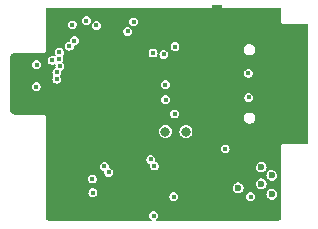
<source format=gbr>
%TF.GenerationSoftware,KiCad,Pcbnew,6.0.4*%
%TF.CreationDate,2022-06-17T20:55:26+08:00*%
%TF.ProjectId,holocubic,686f6c6f-6375-4626-9963-2e6b69636164,rev?*%
%TF.SameCoordinates,Original*%
%TF.FileFunction,Copper,L2,Inr*%
%TF.FilePolarity,Positive*%
%FSLAX46Y46*%
G04 Gerber Fmt 4.6, Leading zero omitted, Abs format (unit mm)*
G04 Created by KiCad (PCBNEW 6.0.4) date 2022-06-17 20:55:26*
%MOMM*%
%LPD*%
G01*
G04 APERTURE LIST*
%TA.AperFunction,ComponentPad*%
%ADD10R,0.900000X0.500000*%
%TD*%
%TA.AperFunction,ComponentPad*%
%ADD11O,1.600000X1.000000*%
%TD*%
%TA.AperFunction,ComponentPad*%
%ADD12O,2.100000X1.000000*%
%TD*%
%TA.AperFunction,ViaPad*%
%ADD13C,0.450000*%
%TD*%
%TA.AperFunction,ViaPad*%
%ADD14C,0.600000*%
%TD*%
%TA.AperFunction,ViaPad*%
%ADD15C,0.800000*%
%TD*%
G04 APERTURE END LIST*
D10*
%TO.N,GND*%
%TO.C,AE1*%
X137650000Y-101825000D03*
%TD*%
D11*
%TO.N,GND*%
%TO.C,J2*%
X144050000Y-112570000D03*
D12*
X139870000Y-103930000D03*
D11*
X144050000Y-103930000D03*
D12*
X139870000Y-112570000D03*
%TD*%
D13*
%TO.N,GND*%
X142700000Y-114100000D03*
X134900000Y-110200000D03*
X142150000Y-109300000D03*
X129675000Y-109800000D03*
X120700000Y-107000000D03*
X132900000Y-118800000D03*
X126800000Y-107400000D03*
X123700000Y-117800000D03*
X142600000Y-104700000D03*
X135200000Y-103950000D03*
X128000000Y-110500000D03*
X136300000Y-112200000D03*
X128000000Y-102150000D03*
X137000000Y-102150000D03*
X142400000Y-119100000D03*
X142900000Y-110600000D03*
X125800000Y-113500000D03*
X123450000Y-104450000D03*
X135650000Y-103300000D03*
X129700000Y-109100000D03*
X128100000Y-117000000D03*
X128175000Y-117675000D03*
X130475000Y-109100000D03*
X139850000Y-102200000D03*
X137200000Y-104400000D03*
X125000000Y-119300000D03*
X131500000Y-116600000D03*
X124300000Y-119300000D03*
X137500000Y-106900000D03*
X134400000Y-103950000D03*
X138000000Y-104000000D03*
X124600000Y-103950000D03*
X134600000Y-109100000D03*
X132600000Y-103850000D03*
X134650000Y-104600000D03*
X130000000Y-102150000D03*
X128100000Y-111200000D03*
X140900000Y-102150000D03*
X123600000Y-102950000D03*
X142900000Y-107000000D03*
X123700000Y-116700000D03*
X128900000Y-109100000D03*
X133000000Y-102150000D03*
X135200000Y-105500000D03*
X136850000Y-102900000D03*
X134700000Y-102200000D03*
X143150000Y-109600000D03*
X144200000Y-109500000D03*
X120700000Y-108400000D03*
X142750000Y-102200000D03*
X144000000Y-105500000D03*
X128900000Y-110500000D03*
X134000000Y-102150000D03*
X131000000Y-102150000D03*
X141500000Y-119100000D03*
X120700000Y-107700000D03*
X142500000Y-113200000D03*
X138450000Y-103150000D03*
X139400000Y-102850000D03*
X130400000Y-111200000D03*
X123700000Y-114700000D03*
X137100000Y-103700000D03*
X138100000Y-119400000D03*
X136300000Y-102100000D03*
X142900000Y-105800000D03*
X126000000Y-102150000D03*
X124000000Y-102150000D03*
X125650000Y-119250000D03*
X139000000Y-102150000D03*
X138200000Y-102400000D03*
X136500000Y-111500000D03*
X136600000Y-104850000D03*
X141450000Y-105100000D03*
X142900000Y-108400000D03*
X123700000Y-118800000D03*
X136050000Y-102750000D03*
X137600000Y-106200000D03*
X136850000Y-106700000D03*
X141650000Y-103650000D03*
X127000000Y-102150000D03*
X138900000Y-119000000D03*
X130400000Y-110500000D03*
X128337500Y-103400000D03*
X128100000Y-109100000D03*
X134200000Y-118450000D03*
X136600000Y-106000000D03*
X129600000Y-111200000D03*
X137650000Y-102850000D03*
X128900000Y-111200000D03*
X132200000Y-116600000D03*
X122500000Y-110500000D03*
X136300000Y-103800000D03*
X130500000Y-109800000D03*
X135550000Y-104600000D03*
X120700000Y-106250000D03*
X144000000Y-111000000D03*
X123700000Y-115700000D03*
X141450000Y-102850000D03*
X132200000Y-113500000D03*
X126300000Y-103700000D03*
X141850000Y-102200000D03*
X137100000Y-108500000D03*
X141750000Y-106000000D03*
X132400000Y-104500000D03*
X144000000Y-108000000D03*
X142600000Y-111600000D03*
X120700000Y-109100000D03*
X132500000Y-115900000D03*
X128900000Y-109800000D03*
X131400000Y-118900000D03*
X137100000Y-107600000D03*
X144000000Y-107000000D03*
X140600000Y-119100000D03*
X133700000Y-118800000D03*
X121100000Y-110400000D03*
X136450000Y-107900000D03*
X129000000Y-102150000D03*
X132000000Y-102150000D03*
X142300000Y-102850000D03*
X121800000Y-110000000D03*
X125000000Y-102150000D03*
X124450000Y-103000000D03*
X128100000Y-109800000D03*
X120700000Y-109800000D03*
X140425000Y-102700000D03*
X137600000Y-105000000D03*
X123850000Y-103700000D03*
X142000000Y-107450000D03*
X139700000Y-119500000D03*
X141850000Y-108400000D03*
X133400000Y-104100000D03*
X129625000Y-110500000D03*
X128937500Y-102850000D03*
X142550000Y-103800000D03*
%TO.N,+5V*%
X132300000Y-119400000D03*
X127150000Y-117450000D03*
D14*
X139450000Y-117050000D03*
D13*
%TO.N,+3V3*%
X134100000Y-105100000D03*
X140500000Y-117800000D03*
X123694020Y-106250000D03*
D14*
X141400000Y-116700000D03*
X142300000Y-117600000D03*
D13*
X134000000Y-117800000D03*
X134070000Y-110800000D03*
X127100000Y-116300000D03*
X126600000Y-102900000D03*
D14*
X141400000Y-115300000D03*
X142300000Y-116000000D03*
D13*
X138350000Y-113750000D03*
X130600000Y-103000000D03*
X130100000Y-103800000D03*
%TO.N,/RST*%
X127447500Y-103302500D03*
%TO.N,Net-(C12-Pad2)*%
X122350000Y-108480000D03*
%TO.N,Net-(C17-Pad1)*%
X122380000Y-106620000D03*
%TO.N,Net-(J2-PadA5)*%
X140350000Y-109400000D03*
%TO.N,/USB_D+*%
X128114309Y-115235691D03*
X132050000Y-114650000D03*
%TO.N,/USB_D-*%
X132350000Y-115200000D03*
X128500000Y-115750000D03*
%TO.N,Net-(J2-PadB5)*%
X140300000Y-107350000D03*
D15*
%TO.N,Net-(TP7-Pad1)*%
X133275000Y-112300000D03*
%TO.N,Net-(TP8-Pad1)*%
X135025000Y-112300000D03*
D13*
%TO.N,/TX0*%
X133297279Y-109575500D03*
%TO.N,/RX0*%
X133278619Y-108321381D03*
%TO.N,/IO0*%
X125400000Y-103250000D03*
%TO.N,/I2S_DACDAT*%
X124272270Y-106135368D03*
%TO.N,/I2S_MCK*%
X124302137Y-105556637D03*
%TO.N,/I2C_SDA*%
X125575000Y-104600000D03*
%TO.N,/I2C_SCL*%
X133154500Y-105750000D03*
X132245500Y-105635500D03*
X125150000Y-105050000D03*
%TO.N,/I2S_LRCK*%
X124093540Y-107849166D03*
%TO.N,/I2S_BCLK*%
X124093540Y-107269663D03*
%TO.N,/I2S_ADCDAT*%
X124350000Y-106750000D03*
%TD*%
%TA.AperFunction,Conductor*%
%TO.N,GND*%
G36*
X143072429Y-101867313D02*
G01*
X143097739Y-101911150D01*
X143098863Y-101923956D01*
X143099483Y-102970464D01*
X143096962Y-102989658D01*
X143094191Y-103000000D01*
X143099512Y-103019858D01*
X143099512Y-103019903D01*
X143099545Y-103020026D01*
X143104606Y-103038871D01*
X143104594Y-103038874D01*
X143104616Y-103038909D01*
X143115065Y-103077904D01*
X143115099Y-103077938D01*
X143115111Y-103077984D01*
X143144069Y-103106908D01*
X143172096Y-103134935D01*
X143172141Y-103134947D01*
X143172175Y-103134981D01*
X143184490Y-103138273D01*
X143211207Y-103145415D01*
X143211246Y-103145426D01*
X143230062Y-103150467D01*
X143230065Y-103150468D01*
X143230186Y-103150500D01*
X143230226Y-103150500D01*
X143230231Y-103150501D01*
X143240677Y-103153293D01*
X143240680Y-103153293D01*
X143250092Y-103155809D01*
X143259501Y-103153282D01*
X143259502Y-103153282D01*
X143260429Y-103153033D01*
X143279623Y-103150500D01*
X145275500Y-103150500D01*
X145323066Y-103167813D01*
X145348376Y-103211650D01*
X145349500Y-103224500D01*
X145349500Y-113275500D01*
X145332187Y-113323066D01*
X145288350Y-113348376D01*
X145275500Y-113349500D01*
X143279557Y-113349500D01*
X143260406Y-113346979D01*
X143250000Y-113344191D01*
X143230186Y-113349500D01*
X143172096Y-113365065D01*
X143115065Y-113422095D01*
X143094191Y-113500000D01*
X143096712Y-113509408D01*
X143096979Y-113510404D01*
X143099500Y-113529557D01*
X143099500Y-119470443D01*
X143096979Y-119489594D01*
X143094191Y-119500000D01*
X143096713Y-119509411D01*
X143096713Y-119516318D01*
X143096080Y-119525980D01*
X143088862Y-119580801D01*
X143083862Y-119599459D01*
X143056404Y-119665749D01*
X143046748Y-119682476D01*
X143003060Y-119739411D01*
X142989411Y-119753060D01*
X142932476Y-119796748D01*
X142915749Y-119806404D01*
X142849459Y-119833862D01*
X142830801Y-119838862D01*
X142801756Y-119842686D01*
X142775976Y-119846080D01*
X142766318Y-119846713D01*
X142759411Y-119846713D01*
X142750000Y-119844191D01*
X142740591Y-119846712D01*
X142740429Y-119846756D01*
X142739594Y-119846979D01*
X142720443Y-119849500D01*
X132553149Y-119849500D01*
X132505583Y-119832187D01*
X132480273Y-119788350D01*
X132489063Y-119738500D01*
X132514257Y-119714590D01*
X132513566Y-119713638D01*
X132518273Y-119710219D01*
X132523465Y-119707573D01*
X132607573Y-119623465D01*
X132610217Y-119618276D01*
X132610219Y-119618273D01*
X132658928Y-119522676D01*
X132658929Y-119522673D01*
X132661574Y-119517482D01*
X132662485Y-119511730D01*
X132662486Y-119511727D01*
X132679270Y-119405752D01*
X132680181Y-119400000D01*
X132679270Y-119394248D01*
X132662486Y-119288273D01*
X132662485Y-119288270D01*
X132661574Y-119282518D01*
X132658928Y-119277324D01*
X132610219Y-119181727D01*
X132610217Y-119181724D01*
X132607573Y-119176535D01*
X132523465Y-119092427D01*
X132518276Y-119089783D01*
X132518273Y-119089781D01*
X132422676Y-119041072D01*
X132422673Y-119041071D01*
X132417482Y-119038426D01*
X132411730Y-119037515D01*
X132411727Y-119037514D01*
X132305752Y-119020730D01*
X132300000Y-119019819D01*
X132294248Y-119020730D01*
X132188273Y-119037514D01*
X132188270Y-119037515D01*
X132182518Y-119038426D01*
X132177327Y-119041071D01*
X132177324Y-119041072D01*
X132081727Y-119089781D01*
X132081724Y-119089783D01*
X132076535Y-119092427D01*
X131992427Y-119176535D01*
X131989783Y-119181724D01*
X131989781Y-119181727D01*
X131941072Y-119277324D01*
X131938426Y-119282518D01*
X131937515Y-119288270D01*
X131937514Y-119288273D01*
X131920730Y-119394248D01*
X131919819Y-119400000D01*
X131920730Y-119405752D01*
X131937514Y-119511727D01*
X131937515Y-119511730D01*
X131938426Y-119517482D01*
X131941071Y-119522673D01*
X131941072Y-119522676D01*
X131989781Y-119618273D01*
X131989783Y-119618276D01*
X131992427Y-119623465D01*
X132076535Y-119707573D01*
X132081727Y-119710219D01*
X132086434Y-119713638D01*
X132085476Y-119714957D01*
X132114970Y-119746589D01*
X132117616Y-119797139D01*
X132087151Y-119837564D01*
X132046851Y-119849500D01*
X123529557Y-119849500D01*
X123510406Y-119846979D01*
X123509571Y-119846756D01*
X123509409Y-119846712D01*
X123500000Y-119844191D01*
X123490589Y-119846713D01*
X123483682Y-119846713D01*
X123474024Y-119846080D01*
X123448244Y-119842686D01*
X123419199Y-119838862D01*
X123400541Y-119833862D01*
X123334251Y-119806404D01*
X123317524Y-119796748D01*
X123260589Y-119753060D01*
X123246940Y-119739411D01*
X123203252Y-119682476D01*
X123193596Y-119665749D01*
X123166138Y-119599459D01*
X123161138Y-119580801D01*
X123153920Y-119525980D01*
X123153287Y-119516318D01*
X123153287Y-119509411D01*
X123155809Y-119500000D01*
X123153021Y-119489594D01*
X123150500Y-119470443D01*
X123150500Y-117450000D01*
X126769819Y-117450000D01*
X126770730Y-117455752D01*
X126787514Y-117561727D01*
X126787515Y-117561730D01*
X126788426Y-117567482D01*
X126791071Y-117572673D01*
X126791072Y-117572676D01*
X126839781Y-117668273D01*
X126839783Y-117668276D01*
X126842427Y-117673465D01*
X126926535Y-117757573D01*
X126931724Y-117760217D01*
X126931727Y-117760219D01*
X127027324Y-117808928D01*
X127027327Y-117808929D01*
X127032518Y-117811574D01*
X127038270Y-117812485D01*
X127038273Y-117812486D01*
X127144248Y-117829270D01*
X127150000Y-117830181D01*
X127155752Y-117829270D01*
X127261727Y-117812486D01*
X127261730Y-117812485D01*
X127267482Y-117811574D01*
X127272673Y-117808929D01*
X127272676Y-117808928D01*
X127290198Y-117800000D01*
X133619819Y-117800000D01*
X133620730Y-117805752D01*
X133637514Y-117911727D01*
X133637515Y-117911730D01*
X133638426Y-117917482D01*
X133641071Y-117922673D01*
X133641072Y-117922676D01*
X133689781Y-118018273D01*
X133689783Y-118018276D01*
X133692427Y-118023465D01*
X133776535Y-118107573D01*
X133781724Y-118110217D01*
X133781727Y-118110219D01*
X133877324Y-118158928D01*
X133877327Y-118158929D01*
X133882518Y-118161574D01*
X133888270Y-118162485D01*
X133888273Y-118162486D01*
X133994248Y-118179270D01*
X134000000Y-118180181D01*
X134005752Y-118179270D01*
X134111727Y-118162486D01*
X134111730Y-118162485D01*
X134117482Y-118161574D01*
X134122673Y-118158929D01*
X134122676Y-118158928D01*
X134218273Y-118110219D01*
X134218276Y-118110217D01*
X134223465Y-118107573D01*
X134307573Y-118023465D01*
X134310217Y-118018276D01*
X134310219Y-118018273D01*
X134358928Y-117922676D01*
X134358929Y-117922673D01*
X134361574Y-117917482D01*
X134362485Y-117911730D01*
X134362486Y-117911727D01*
X134379270Y-117805752D01*
X134380181Y-117800000D01*
X140119819Y-117800000D01*
X140120730Y-117805752D01*
X140137514Y-117911727D01*
X140137515Y-117911730D01*
X140138426Y-117917482D01*
X140141071Y-117922673D01*
X140141072Y-117922676D01*
X140189781Y-118018273D01*
X140189783Y-118018276D01*
X140192427Y-118023465D01*
X140276535Y-118107573D01*
X140281724Y-118110217D01*
X140281727Y-118110219D01*
X140377324Y-118158928D01*
X140377327Y-118158929D01*
X140382518Y-118161574D01*
X140388270Y-118162485D01*
X140388273Y-118162486D01*
X140494248Y-118179270D01*
X140500000Y-118180181D01*
X140505752Y-118179270D01*
X140611727Y-118162486D01*
X140611730Y-118162485D01*
X140617482Y-118161574D01*
X140622673Y-118158929D01*
X140622676Y-118158928D01*
X140718273Y-118110219D01*
X140718276Y-118110217D01*
X140723465Y-118107573D01*
X140807573Y-118023465D01*
X140810217Y-118018276D01*
X140810219Y-118018273D01*
X140858928Y-117922676D01*
X140858929Y-117922673D01*
X140861574Y-117917482D01*
X140862485Y-117911730D01*
X140862486Y-117911727D01*
X140879270Y-117805752D01*
X140880181Y-117800000D01*
X140879270Y-117794248D01*
X140862486Y-117688273D01*
X140862485Y-117688270D01*
X140861574Y-117682518D01*
X140858928Y-117677324D01*
X140816697Y-117594440D01*
X141844901Y-117594440D01*
X141845584Y-117599663D01*
X141845584Y-117599666D01*
X141856419Y-117682518D01*
X141861633Y-117722394D01*
X141913605Y-117840510D01*
X141996639Y-117939291D01*
X142104060Y-118010796D01*
X142109092Y-118012368D01*
X142109094Y-118012369D01*
X142144611Y-118023465D01*
X142227233Y-118049278D01*
X142232501Y-118049375D01*
X142232504Y-118049375D01*
X142286552Y-118050365D01*
X142356255Y-118051643D01*
X142361338Y-118050257D01*
X142361340Y-118050257D01*
X142475671Y-118019086D01*
X142480755Y-118017700D01*
X142590724Y-117950179D01*
X142677322Y-117854507D01*
X142733588Y-117738375D01*
X142754997Y-117611120D01*
X142755133Y-117600000D01*
X142741047Y-117501643D01*
X142737586Y-117477472D01*
X142737585Y-117477469D01*
X142736839Y-117472259D01*
X142729334Y-117455752D01*
X142685610Y-117359586D01*
X142685608Y-117359583D01*
X142683428Y-117354788D01*
X142676003Y-117346170D01*
X142602633Y-117261020D01*
X142602632Y-117261019D01*
X142599193Y-117257028D01*
X142594774Y-117254164D01*
X142594772Y-117254162D01*
X142523931Y-117208247D01*
X142490906Y-117186841D01*
X142485857Y-117185331D01*
X142485855Y-117185330D01*
X142372326Y-117151377D01*
X142372325Y-117151377D01*
X142367273Y-117149866D01*
X142301771Y-117149466D01*
X142243501Y-117149110D01*
X142243500Y-117149110D01*
X142238231Y-117149078D01*
X142114155Y-117184539D01*
X142005019Y-117253399D01*
X142001531Y-117257348D01*
X142001529Y-117257350D01*
X141998288Y-117261020D01*
X141919596Y-117350122D01*
X141917357Y-117354891D01*
X141917355Y-117354894D01*
X141901206Y-117389291D01*
X141864754Y-117466932D01*
X141844901Y-117594440D01*
X140816697Y-117594440D01*
X140810219Y-117581727D01*
X140810217Y-117581724D01*
X140807573Y-117576535D01*
X140723465Y-117492427D01*
X140718276Y-117489783D01*
X140718273Y-117489781D01*
X140622676Y-117441072D01*
X140622673Y-117441071D01*
X140617482Y-117438426D01*
X140611730Y-117437515D01*
X140611727Y-117437514D01*
X140505752Y-117420730D01*
X140500000Y-117419819D01*
X140494248Y-117420730D01*
X140388273Y-117437514D01*
X140388270Y-117437515D01*
X140382518Y-117438426D01*
X140377327Y-117441071D01*
X140377324Y-117441072D01*
X140281727Y-117489781D01*
X140281724Y-117489783D01*
X140276535Y-117492427D01*
X140192427Y-117576535D01*
X140189783Y-117581724D01*
X140189781Y-117581727D01*
X140141072Y-117677324D01*
X140138426Y-117682518D01*
X140137515Y-117688270D01*
X140137514Y-117688273D01*
X140120730Y-117794248D01*
X140119819Y-117800000D01*
X134380181Y-117800000D01*
X134379270Y-117794248D01*
X134362486Y-117688273D01*
X134362485Y-117688270D01*
X134361574Y-117682518D01*
X134358928Y-117677324D01*
X134310219Y-117581727D01*
X134310217Y-117581724D01*
X134307573Y-117576535D01*
X134223465Y-117492427D01*
X134218276Y-117489783D01*
X134218273Y-117489781D01*
X134122676Y-117441072D01*
X134122673Y-117441071D01*
X134117482Y-117438426D01*
X134111730Y-117437515D01*
X134111727Y-117437514D01*
X134005752Y-117420730D01*
X134000000Y-117419819D01*
X133994248Y-117420730D01*
X133888273Y-117437514D01*
X133888270Y-117437515D01*
X133882518Y-117438426D01*
X133877327Y-117441071D01*
X133877324Y-117441072D01*
X133781727Y-117489781D01*
X133781724Y-117489783D01*
X133776535Y-117492427D01*
X133692427Y-117576535D01*
X133689783Y-117581724D01*
X133689781Y-117581727D01*
X133641072Y-117677324D01*
X133638426Y-117682518D01*
X133637515Y-117688270D01*
X133637514Y-117688273D01*
X133620730Y-117794248D01*
X133619819Y-117800000D01*
X127290198Y-117800000D01*
X127368273Y-117760219D01*
X127368276Y-117760217D01*
X127373465Y-117757573D01*
X127457573Y-117673465D01*
X127460217Y-117668276D01*
X127460219Y-117668273D01*
X127508928Y-117572676D01*
X127508929Y-117572673D01*
X127511574Y-117567482D01*
X127512485Y-117561730D01*
X127512486Y-117561727D01*
X127529270Y-117455752D01*
X127530181Y-117450000D01*
X127521671Y-117396269D01*
X127512486Y-117338273D01*
X127512485Y-117338270D01*
X127511574Y-117332518D01*
X127508928Y-117327324D01*
X127460219Y-117231727D01*
X127460217Y-117231724D01*
X127457573Y-117226535D01*
X127373465Y-117142427D01*
X127368276Y-117139783D01*
X127368273Y-117139781D01*
X127272676Y-117091072D01*
X127272673Y-117091071D01*
X127267482Y-117088426D01*
X127261730Y-117087515D01*
X127261727Y-117087514D01*
X127155752Y-117070730D01*
X127150000Y-117069819D01*
X127144248Y-117070730D01*
X127038273Y-117087514D01*
X127038270Y-117087515D01*
X127032518Y-117088426D01*
X127027327Y-117091071D01*
X127027324Y-117091072D01*
X126931727Y-117139781D01*
X126931724Y-117139783D01*
X126926535Y-117142427D01*
X126842427Y-117226535D01*
X126839783Y-117231724D01*
X126839781Y-117231727D01*
X126791072Y-117327324D01*
X126788426Y-117332518D01*
X126787515Y-117338270D01*
X126787514Y-117338273D01*
X126778329Y-117396269D01*
X126769819Y-117450000D01*
X123150500Y-117450000D01*
X123150500Y-117044440D01*
X138994901Y-117044440D01*
X138995584Y-117049663D01*
X138995584Y-117049666D01*
X139008907Y-117151546D01*
X139011633Y-117172394D01*
X139013756Y-117177219D01*
X139046039Y-117250587D01*
X139063605Y-117290510D01*
X139146639Y-117389291D01*
X139254060Y-117460796D01*
X139259092Y-117462368D01*
X139259094Y-117462369D01*
X139290376Y-117472142D01*
X139377233Y-117499278D01*
X139382501Y-117499375D01*
X139382504Y-117499375D01*
X139436552Y-117500365D01*
X139506255Y-117501643D01*
X139511338Y-117500257D01*
X139511340Y-117500257D01*
X139625671Y-117469086D01*
X139630755Y-117467700D01*
X139740724Y-117400179D01*
X139827322Y-117304507D01*
X139883588Y-117188375D01*
X139904997Y-117061120D01*
X139905133Y-117050000D01*
X139903591Y-117039234D01*
X139887586Y-116927472D01*
X139887585Y-116927469D01*
X139886839Y-116922259D01*
X139882247Y-116912159D01*
X139835610Y-116809586D01*
X139835608Y-116809583D01*
X139833428Y-116804788D01*
X139826003Y-116796170D01*
X139752633Y-116711020D01*
X139752632Y-116711019D01*
X139749193Y-116707028D01*
X139744774Y-116704164D01*
X139744772Y-116704162D01*
X139729772Y-116694440D01*
X140944901Y-116694440D01*
X140945584Y-116699663D01*
X140945584Y-116699666D01*
X140959345Y-116804894D01*
X140961633Y-116822394D01*
X140963756Y-116827219D01*
X141003465Y-116917464D01*
X141013605Y-116940510D01*
X141096639Y-117039291D01*
X141204060Y-117110796D01*
X141209092Y-117112368D01*
X141209094Y-117112369D01*
X141244714Y-117123497D01*
X141327233Y-117149278D01*
X141332501Y-117149375D01*
X141332504Y-117149375D01*
X141386552Y-117150365D01*
X141456255Y-117151643D01*
X141461338Y-117150257D01*
X141461340Y-117150257D01*
X141575671Y-117119086D01*
X141580755Y-117117700D01*
X141690724Y-117050179D01*
X141777322Y-116954507D01*
X141833588Y-116838375D01*
X141854997Y-116711120D01*
X141855133Y-116700000D01*
X141849251Y-116658928D01*
X141837586Y-116577472D01*
X141837585Y-116577469D01*
X141836839Y-116572259D01*
X141832247Y-116562159D01*
X141785610Y-116459586D01*
X141785608Y-116459583D01*
X141783428Y-116454788D01*
X141778681Y-116449278D01*
X141702633Y-116361020D01*
X141702632Y-116361019D01*
X141699193Y-116357028D01*
X141694774Y-116354164D01*
X141694772Y-116354162D01*
X141595329Y-116289708D01*
X141595330Y-116289708D01*
X141590906Y-116286841D01*
X141585857Y-116285331D01*
X141585855Y-116285330D01*
X141472326Y-116251377D01*
X141472325Y-116251377D01*
X141467273Y-116249866D01*
X141401771Y-116249466D01*
X141343501Y-116249110D01*
X141343500Y-116249110D01*
X141338231Y-116249078D01*
X141214155Y-116284539D01*
X141105019Y-116353399D01*
X141101531Y-116357348D01*
X141101529Y-116357350D01*
X141098288Y-116361020D01*
X141019596Y-116450122D01*
X141017357Y-116454891D01*
X141017355Y-116454894D01*
X140987599Y-116518273D01*
X140964754Y-116566932D01*
X140944901Y-116694440D01*
X139729772Y-116694440D01*
X139645329Y-116639708D01*
X139645330Y-116639708D01*
X139640906Y-116636841D01*
X139635857Y-116635331D01*
X139635855Y-116635330D01*
X139522326Y-116601377D01*
X139522325Y-116601377D01*
X139517273Y-116599866D01*
X139451771Y-116599466D01*
X139393501Y-116599110D01*
X139393500Y-116599110D01*
X139388231Y-116599078D01*
X139264155Y-116634539D01*
X139155019Y-116703399D01*
X139151531Y-116707348D01*
X139151529Y-116707350D01*
X139115845Y-116747755D01*
X139069596Y-116800122D01*
X139067357Y-116804891D01*
X139067355Y-116804894D01*
X139023892Y-116897469D01*
X139014754Y-116916932D01*
X138994901Y-117044440D01*
X123150500Y-117044440D01*
X123150500Y-116300000D01*
X126719819Y-116300000D01*
X126720730Y-116305752D01*
X126737514Y-116411727D01*
X126737515Y-116411730D01*
X126738426Y-116417482D01*
X126741071Y-116422673D01*
X126741072Y-116422676D01*
X126789781Y-116518273D01*
X126789783Y-116518276D01*
X126792427Y-116523465D01*
X126876535Y-116607573D01*
X126881724Y-116610217D01*
X126881727Y-116610219D01*
X126977324Y-116658928D01*
X126977327Y-116658929D01*
X126982518Y-116661574D01*
X126988270Y-116662485D01*
X126988273Y-116662486D01*
X127094248Y-116679270D01*
X127100000Y-116680181D01*
X127105752Y-116679270D01*
X127211727Y-116662486D01*
X127211730Y-116662485D01*
X127217482Y-116661574D01*
X127222673Y-116658929D01*
X127222676Y-116658928D01*
X127318273Y-116610219D01*
X127318276Y-116610217D01*
X127323465Y-116607573D01*
X127407573Y-116523465D01*
X127410217Y-116518276D01*
X127410219Y-116518273D01*
X127458928Y-116422676D01*
X127458929Y-116422673D01*
X127461574Y-116417482D01*
X127462485Y-116411730D01*
X127462486Y-116411727D01*
X127479270Y-116305752D01*
X127480181Y-116300000D01*
X127478551Y-116289708D01*
X127462486Y-116188273D01*
X127462485Y-116188270D01*
X127461574Y-116182518D01*
X127441501Y-116143122D01*
X127410219Y-116081727D01*
X127410217Y-116081724D01*
X127407573Y-116076535D01*
X127323465Y-115992427D01*
X127318276Y-115989783D01*
X127318273Y-115989781D01*
X127222676Y-115941072D01*
X127222673Y-115941071D01*
X127217482Y-115938426D01*
X127211730Y-115937515D01*
X127211727Y-115937514D01*
X127105752Y-115920730D01*
X127100000Y-115919819D01*
X127094248Y-115920730D01*
X126988273Y-115937514D01*
X126988270Y-115937515D01*
X126982518Y-115938426D01*
X126977327Y-115941071D01*
X126977324Y-115941072D01*
X126881727Y-115989781D01*
X126881724Y-115989783D01*
X126876535Y-115992427D01*
X126792427Y-116076535D01*
X126789783Y-116081724D01*
X126789781Y-116081727D01*
X126758499Y-116143122D01*
X126738426Y-116182518D01*
X126737515Y-116188270D01*
X126737514Y-116188273D01*
X126721449Y-116289708D01*
X126719819Y-116300000D01*
X123150500Y-116300000D01*
X123150500Y-115235691D01*
X127734128Y-115235691D01*
X127735039Y-115241443D01*
X127751823Y-115347418D01*
X127751824Y-115347421D01*
X127752735Y-115353173D01*
X127755380Y-115358364D01*
X127755381Y-115358367D01*
X127804090Y-115453964D01*
X127804092Y-115453967D01*
X127806736Y-115459156D01*
X127890844Y-115543264D01*
X127896033Y-115545908D01*
X127896036Y-115545910D01*
X127991633Y-115594619D01*
X127991636Y-115594620D01*
X127996827Y-115597265D01*
X128002579Y-115598176D01*
X128002582Y-115598177D01*
X128067319Y-115608430D01*
X128111592Y-115632971D01*
X128129732Y-115680228D01*
X128128832Y-115693092D01*
X128119819Y-115750000D01*
X128120730Y-115755752D01*
X128137514Y-115861727D01*
X128137515Y-115861730D01*
X128138426Y-115867482D01*
X128141071Y-115872673D01*
X128141072Y-115872676D01*
X128189781Y-115968273D01*
X128189783Y-115968276D01*
X128192427Y-115973465D01*
X128276535Y-116057573D01*
X128281724Y-116060217D01*
X128281727Y-116060219D01*
X128377324Y-116108928D01*
X128377327Y-116108929D01*
X128382518Y-116111574D01*
X128388270Y-116112485D01*
X128388273Y-116112486D01*
X128494248Y-116129270D01*
X128500000Y-116130181D01*
X128505752Y-116129270D01*
X128611727Y-116112486D01*
X128611730Y-116112485D01*
X128617482Y-116111574D01*
X128622673Y-116108929D01*
X128622676Y-116108928D01*
X128718273Y-116060219D01*
X128718276Y-116060217D01*
X128723465Y-116057573D01*
X128786598Y-115994440D01*
X141844901Y-115994440D01*
X141845584Y-115999663D01*
X141845584Y-115999666D01*
X141855098Y-116072416D01*
X141861633Y-116122394D01*
X141913605Y-116240510D01*
X141996639Y-116339291D01*
X142104060Y-116410796D01*
X142109092Y-116412368D01*
X142109094Y-116412369D01*
X142142085Y-116422676D01*
X142227233Y-116449278D01*
X142232501Y-116449375D01*
X142232504Y-116449375D01*
X142286552Y-116450365D01*
X142356255Y-116451643D01*
X142361338Y-116450257D01*
X142361340Y-116450257D01*
X142475671Y-116419086D01*
X142480755Y-116417700D01*
X142590724Y-116350179D01*
X142677322Y-116254507D01*
X142733588Y-116138375D01*
X142754997Y-116011120D01*
X142755133Y-116000000D01*
X142736839Y-115872259D01*
X142732247Y-115862159D01*
X142685610Y-115759586D01*
X142685608Y-115759583D01*
X142683428Y-115754788D01*
X142679303Y-115750000D01*
X142602633Y-115661020D01*
X142602632Y-115661019D01*
X142599193Y-115657028D01*
X142594774Y-115654164D01*
X142594772Y-115654162D01*
X142523931Y-115608247D01*
X142490906Y-115586841D01*
X142485857Y-115585331D01*
X142485855Y-115585330D01*
X142372326Y-115551377D01*
X142372325Y-115551377D01*
X142367273Y-115549866D01*
X142301771Y-115549466D01*
X142243501Y-115549110D01*
X142243500Y-115549110D01*
X142238231Y-115549078D01*
X142114155Y-115584539D01*
X142005019Y-115653399D01*
X142001531Y-115657348D01*
X142001529Y-115657350D01*
X141998288Y-115661020D01*
X141919596Y-115750122D01*
X141917357Y-115754891D01*
X141917355Y-115754894D01*
X141873892Y-115847469D01*
X141864754Y-115866932D01*
X141844901Y-115994440D01*
X128786598Y-115994440D01*
X128807573Y-115973465D01*
X128810217Y-115968276D01*
X128810219Y-115968273D01*
X128858928Y-115872676D01*
X128858929Y-115872673D01*
X128861574Y-115867482D01*
X128862485Y-115861730D01*
X128862486Y-115861727D01*
X128879270Y-115755752D01*
X128880181Y-115750000D01*
X128873509Y-115707875D01*
X128862486Y-115638273D01*
X128862485Y-115638270D01*
X128861574Y-115632518D01*
X128858928Y-115627324D01*
X128810219Y-115531727D01*
X128810217Y-115531724D01*
X128807573Y-115526535D01*
X128723465Y-115442427D01*
X128718276Y-115439783D01*
X128718273Y-115439781D01*
X128622676Y-115391072D01*
X128622673Y-115391071D01*
X128617482Y-115388426D01*
X128611730Y-115387515D01*
X128611727Y-115387514D01*
X128546990Y-115377261D01*
X128502717Y-115352720D01*
X128484577Y-115305463D01*
X128485477Y-115292596D01*
X128486010Y-115289234D01*
X128494490Y-115235691D01*
X128482844Y-115162159D01*
X128476795Y-115123964D01*
X128476794Y-115123961D01*
X128475883Y-115118209D01*
X128457698Y-115082518D01*
X128424528Y-115017418D01*
X128424526Y-115017415D01*
X128421882Y-115012226D01*
X128337774Y-114928118D01*
X128332585Y-114925474D01*
X128332582Y-114925472D01*
X128236985Y-114876763D01*
X128236982Y-114876762D01*
X128231791Y-114874117D01*
X128226039Y-114873206D01*
X128226036Y-114873205D01*
X128120061Y-114856421D01*
X128114309Y-114855510D01*
X128108557Y-114856421D01*
X128002582Y-114873205D01*
X128002579Y-114873206D01*
X127996827Y-114874117D01*
X127991636Y-114876762D01*
X127991633Y-114876763D01*
X127896036Y-114925472D01*
X127896033Y-114925474D01*
X127890844Y-114928118D01*
X127806736Y-115012226D01*
X127804092Y-115017415D01*
X127804090Y-115017418D01*
X127770920Y-115082518D01*
X127752735Y-115118209D01*
X127751824Y-115123961D01*
X127751823Y-115123964D01*
X127745774Y-115162159D01*
X127734128Y-115235691D01*
X123150500Y-115235691D01*
X123150500Y-114650000D01*
X131669819Y-114650000D01*
X131670730Y-114655752D01*
X131687514Y-114761727D01*
X131687515Y-114761730D01*
X131688426Y-114767482D01*
X131691071Y-114772673D01*
X131691072Y-114772676D01*
X131739781Y-114868273D01*
X131739783Y-114868276D01*
X131742427Y-114873465D01*
X131826535Y-114957573D01*
X131831724Y-114960217D01*
X131831727Y-114960219D01*
X131918552Y-115004458D01*
X131932518Y-115011574D01*
X131936909Y-115012269D01*
X131976301Y-115043045D01*
X131986634Y-115093834D01*
X131969819Y-115200000D01*
X131970730Y-115205752D01*
X131987514Y-115311727D01*
X131987515Y-115311730D01*
X131988426Y-115317482D01*
X131991071Y-115322673D01*
X131991072Y-115322676D01*
X132039781Y-115418273D01*
X132039783Y-115418276D01*
X132042427Y-115423465D01*
X132126535Y-115507573D01*
X132131724Y-115510217D01*
X132131727Y-115510219D01*
X132227324Y-115558928D01*
X132227327Y-115558929D01*
X132232518Y-115561574D01*
X132238270Y-115562485D01*
X132238273Y-115562486D01*
X132344248Y-115579270D01*
X132350000Y-115580181D01*
X132355752Y-115579270D01*
X132461727Y-115562486D01*
X132461730Y-115562485D01*
X132467482Y-115561574D01*
X132472673Y-115558929D01*
X132472676Y-115558928D01*
X132568273Y-115510219D01*
X132568276Y-115510217D01*
X132573465Y-115507573D01*
X132657573Y-115423465D01*
X132660217Y-115418276D01*
X132660219Y-115418273D01*
X132708928Y-115322676D01*
X132708929Y-115322673D01*
X132711574Y-115317482D01*
X132712485Y-115311730D01*
X132712486Y-115311727D01*
X132715224Y-115294440D01*
X140944901Y-115294440D01*
X140945584Y-115299663D01*
X140945584Y-115299666D01*
X140957072Y-115387514D01*
X140961633Y-115422394D01*
X141013605Y-115540510D01*
X141096639Y-115639291D01*
X141204060Y-115710796D01*
X141209092Y-115712368D01*
X141209094Y-115712369D01*
X141244714Y-115723497D01*
X141327233Y-115749278D01*
X141332501Y-115749375D01*
X141332504Y-115749375D01*
X141386552Y-115750365D01*
X141456255Y-115751643D01*
X141461338Y-115750257D01*
X141461340Y-115750257D01*
X141575671Y-115719086D01*
X141580755Y-115717700D01*
X141690724Y-115650179D01*
X141777322Y-115554507D01*
X141833588Y-115438375D01*
X141854997Y-115311120D01*
X141855133Y-115300000D01*
X141845923Y-115235691D01*
X141837586Y-115177472D01*
X141837585Y-115177469D01*
X141836839Y-115172259D01*
X141812264Y-115118209D01*
X141785610Y-115059586D01*
X141785608Y-115059583D01*
X141783428Y-115054788D01*
X141776003Y-115046170D01*
X141702633Y-114961020D01*
X141702632Y-114961019D01*
X141699193Y-114957028D01*
X141694774Y-114954164D01*
X141694772Y-114954162D01*
X141595329Y-114889708D01*
X141595330Y-114889708D01*
X141590906Y-114886841D01*
X141585857Y-114885331D01*
X141585855Y-114885330D01*
X141472326Y-114851377D01*
X141472325Y-114851377D01*
X141467273Y-114849866D01*
X141401771Y-114849466D01*
X141343501Y-114849110D01*
X141343500Y-114849110D01*
X141338231Y-114849078D01*
X141214155Y-114884539D01*
X141105019Y-114953399D01*
X141101531Y-114957348D01*
X141101529Y-114957350D01*
X141065845Y-114997755D01*
X141019596Y-115050122D01*
X141017357Y-115054891D01*
X141017355Y-115054894D01*
X141004386Y-115082518D01*
X140964754Y-115166932D01*
X140944901Y-115294440D01*
X132715224Y-115294440D01*
X132729270Y-115205752D01*
X132730181Y-115200000D01*
X132724188Y-115162159D01*
X132712486Y-115088273D01*
X132712485Y-115088270D01*
X132711574Y-115082518D01*
X132695410Y-115050794D01*
X132660219Y-114981727D01*
X132660217Y-114981724D01*
X132657573Y-114976535D01*
X132573465Y-114892427D01*
X132568276Y-114889783D01*
X132568273Y-114889781D01*
X132472673Y-114841071D01*
X132467482Y-114838426D01*
X132463091Y-114837731D01*
X132423699Y-114806955D01*
X132413366Y-114756165D01*
X132429270Y-114655752D01*
X132430181Y-114650000D01*
X132429270Y-114644248D01*
X132412486Y-114538273D01*
X132412485Y-114538270D01*
X132411574Y-114532518D01*
X132408928Y-114527324D01*
X132360219Y-114431727D01*
X132360217Y-114431724D01*
X132357573Y-114426535D01*
X132273465Y-114342427D01*
X132268276Y-114339783D01*
X132268273Y-114339781D01*
X132172676Y-114291072D01*
X132172673Y-114291071D01*
X132167482Y-114288426D01*
X132161730Y-114287515D01*
X132161727Y-114287514D01*
X132055752Y-114270730D01*
X132050000Y-114269819D01*
X132044248Y-114270730D01*
X131938273Y-114287514D01*
X131938270Y-114287515D01*
X131932518Y-114288426D01*
X131927327Y-114291071D01*
X131927324Y-114291072D01*
X131831727Y-114339781D01*
X131831724Y-114339783D01*
X131826535Y-114342427D01*
X131742427Y-114426535D01*
X131739783Y-114431724D01*
X131739781Y-114431727D01*
X131691072Y-114527324D01*
X131688426Y-114532518D01*
X131687515Y-114538270D01*
X131687514Y-114538273D01*
X131670730Y-114644248D01*
X131669819Y-114650000D01*
X123150500Y-114650000D01*
X123150500Y-113750000D01*
X137969819Y-113750000D01*
X137970730Y-113755752D01*
X137987514Y-113861727D01*
X137987515Y-113861730D01*
X137988426Y-113867482D01*
X137991071Y-113872673D01*
X137991072Y-113872676D01*
X138039781Y-113968273D01*
X138039783Y-113968276D01*
X138042427Y-113973465D01*
X138126535Y-114057573D01*
X138131724Y-114060217D01*
X138131727Y-114060219D01*
X138227324Y-114108928D01*
X138227327Y-114108929D01*
X138232518Y-114111574D01*
X138238270Y-114112485D01*
X138238273Y-114112486D01*
X138344248Y-114129270D01*
X138350000Y-114130181D01*
X138355752Y-114129270D01*
X138461727Y-114112486D01*
X138461730Y-114112485D01*
X138467482Y-114111574D01*
X138472673Y-114108929D01*
X138472676Y-114108928D01*
X138568273Y-114060219D01*
X138568276Y-114060217D01*
X138573465Y-114057573D01*
X138657573Y-113973465D01*
X138660217Y-113968276D01*
X138660219Y-113968273D01*
X138708928Y-113872676D01*
X138708929Y-113872673D01*
X138711574Y-113867482D01*
X138712485Y-113861730D01*
X138712486Y-113861727D01*
X138729270Y-113755752D01*
X138730181Y-113750000D01*
X138712552Y-113638692D01*
X138712486Y-113638273D01*
X138712485Y-113638270D01*
X138711574Y-113632518D01*
X138708928Y-113627324D01*
X138660219Y-113531727D01*
X138660217Y-113531724D01*
X138657573Y-113526535D01*
X138573465Y-113442427D01*
X138568276Y-113439783D01*
X138568273Y-113439781D01*
X138472676Y-113391072D01*
X138472673Y-113391071D01*
X138467482Y-113388426D01*
X138461730Y-113387515D01*
X138461727Y-113387514D01*
X138355752Y-113370730D01*
X138350000Y-113369819D01*
X138344248Y-113370730D01*
X138238273Y-113387514D01*
X138238270Y-113387515D01*
X138232518Y-113388426D01*
X138227327Y-113391071D01*
X138227324Y-113391072D01*
X138131727Y-113439781D01*
X138131724Y-113439783D01*
X138126535Y-113442427D01*
X138042427Y-113526535D01*
X138039783Y-113531724D01*
X138039781Y-113531727D01*
X137991072Y-113627324D01*
X137988426Y-113632518D01*
X137987515Y-113638270D01*
X137987514Y-113638273D01*
X137987448Y-113638692D01*
X137969819Y-113750000D01*
X123150500Y-113750000D01*
X123150500Y-112300000D01*
X132719750Y-112300000D01*
X132738670Y-112443709D01*
X132794139Y-112577625D01*
X132882379Y-112692621D01*
X132997375Y-112780861D01*
X133131291Y-112836330D01*
X133275000Y-112855250D01*
X133279808Y-112854617D01*
X133413901Y-112836963D01*
X133418709Y-112836330D01*
X133552625Y-112780861D01*
X133667621Y-112692621D01*
X133755861Y-112577625D01*
X133811330Y-112443709D01*
X133830250Y-112300000D01*
X134469750Y-112300000D01*
X134488670Y-112443709D01*
X134544139Y-112577625D01*
X134632379Y-112692621D01*
X134747375Y-112780861D01*
X134881291Y-112836330D01*
X135025000Y-112855250D01*
X135029808Y-112854617D01*
X135163901Y-112836963D01*
X135168709Y-112836330D01*
X135302625Y-112780861D01*
X135417621Y-112692621D01*
X135505861Y-112577625D01*
X135561330Y-112443709D01*
X135580250Y-112300000D01*
X135561330Y-112156291D01*
X135505861Y-112022375D01*
X135417621Y-111907379D01*
X135302625Y-111819139D01*
X135168709Y-111763670D01*
X135025000Y-111744750D01*
X134881291Y-111763670D01*
X134747375Y-111819139D01*
X134632379Y-111907379D01*
X134544139Y-112022375D01*
X134488670Y-112156291D01*
X134469750Y-112300000D01*
X133830250Y-112300000D01*
X133811330Y-112156291D01*
X133755861Y-112022375D01*
X133667621Y-111907379D01*
X133552625Y-111819139D01*
X133418709Y-111763670D01*
X133275000Y-111744750D01*
X133131291Y-111763670D01*
X132997375Y-111819139D01*
X132882379Y-111907379D01*
X132794139Y-112022375D01*
X132738670Y-112156291D01*
X132719750Y-112300000D01*
X123150500Y-112300000D01*
X123150500Y-111205196D01*
X139924055Y-111205196D01*
X139961484Y-111336158D01*
X140034165Y-111451350D01*
X140038114Y-111454838D01*
X140038116Y-111454840D01*
X140080958Y-111492676D01*
X140136255Y-111541513D01*
X140141024Y-111543752D01*
X140141027Y-111543754D01*
X140240460Y-111590437D01*
X140259548Y-111599399D01*
X140362956Y-111615500D01*
X140434145Y-111615500D01*
X140436740Y-111615128D01*
X140436745Y-111615128D01*
X140529613Y-111601828D01*
X140534829Y-111601081D01*
X140592006Y-111575084D01*
X140654020Y-111546889D01*
X140654023Y-111546887D01*
X140658820Y-111544706D01*
X140662810Y-111541268D01*
X140662813Y-111541266D01*
X140758014Y-111459234D01*
X140762004Y-111455796D01*
X140836087Y-111341501D01*
X140875113Y-111211006D01*
X140875770Y-111103454D01*
X140875913Y-111080074D01*
X140875913Y-111080073D01*
X140875945Y-111074804D01*
X140838516Y-110943842D01*
X140765835Y-110828650D01*
X140761886Y-110825162D01*
X140761884Y-110825160D01*
X140715309Y-110784027D01*
X140663745Y-110738487D01*
X140658976Y-110736248D01*
X140658973Y-110736246D01*
X140545225Y-110682842D01*
X140540452Y-110680601D01*
X140437044Y-110664500D01*
X140365855Y-110664500D01*
X140363260Y-110664872D01*
X140363255Y-110664872D01*
X140276308Y-110677324D01*
X140265171Y-110678919D01*
X140207994Y-110704916D01*
X140145980Y-110733111D01*
X140145977Y-110733113D01*
X140141180Y-110735294D01*
X140137190Y-110738732D01*
X140137187Y-110738734D01*
X140084623Y-110784027D01*
X140037996Y-110824204D01*
X140035132Y-110828623D01*
X140035130Y-110828625D01*
X139966779Y-110934077D01*
X139963913Y-110938499D01*
X139924887Y-111068994D01*
X139924055Y-111205196D01*
X123150500Y-111205196D01*
X123150500Y-111029557D01*
X123153021Y-111010404D01*
X123153288Y-111009408D01*
X123155809Y-111000000D01*
X123134935Y-110922096D01*
X123119598Y-110906759D01*
X123077905Y-110865065D01*
X123018927Y-110849262D01*
X123009409Y-110846712D01*
X123000000Y-110844191D01*
X122989594Y-110846979D01*
X122970443Y-110849500D01*
X120529557Y-110849500D01*
X120510406Y-110846979D01*
X120509571Y-110846756D01*
X120509409Y-110846712D01*
X120500000Y-110844191D01*
X120490589Y-110846713D01*
X120483682Y-110846713D01*
X120474024Y-110846080D01*
X120448244Y-110842686D01*
X120419199Y-110838862D01*
X120400541Y-110833862D01*
X120334251Y-110806404D01*
X120323157Y-110800000D01*
X133689819Y-110800000D01*
X133690730Y-110805752D01*
X133707514Y-110911727D01*
X133707515Y-110911730D01*
X133708426Y-110917482D01*
X133711071Y-110922673D01*
X133711072Y-110922676D01*
X133759781Y-111018273D01*
X133759783Y-111018276D01*
X133762427Y-111023465D01*
X133846535Y-111107573D01*
X133851724Y-111110217D01*
X133851727Y-111110219D01*
X133947324Y-111158928D01*
X133947327Y-111158929D01*
X133952518Y-111161574D01*
X133958270Y-111162485D01*
X133958273Y-111162486D01*
X134064248Y-111179270D01*
X134070000Y-111180181D01*
X134075752Y-111179270D01*
X134181727Y-111162486D01*
X134181730Y-111162485D01*
X134187482Y-111161574D01*
X134192673Y-111158929D01*
X134192676Y-111158928D01*
X134288273Y-111110219D01*
X134288276Y-111110217D01*
X134293465Y-111107573D01*
X134377573Y-111023465D01*
X134380217Y-111018276D01*
X134380219Y-111018273D01*
X134428928Y-110922676D01*
X134428929Y-110922673D01*
X134431574Y-110917482D01*
X134432485Y-110911730D01*
X134432486Y-110911727D01*
X134449270Y-110805752D01*
X134450181Y-110800000D01*
X134441808Y-110747134D01*
X134432486Y-110688273D01*
X134432485Y-110688270D01*
X134431574Y-110682518D01*
X134423030Y-110665749D01*
X134380219Y-110581727D01*
X134380217Y-110581724D01*
X134377573Y-110576535D01*
X134293465Y-110492427D01*
X134288276Y-110489783D01*
X134288273Y-110489781D01*
X134192676Y-110441072D01*
X134192673Y-110441071D01*
X134187482Y-110438426D01*
X134181730Y-110437515D01*
X134181727Y-110437514D01*
X134075752Y-110420730D01*
X134070000Y-110419819D01*
X134064248Y-110420730D01*
X133958273Y-110437514D01*
X133958270Y-110437515D01*
X133952518Y-110438426D01*
X133947327Y-110441071D01*
X133947324Y-110441072D01*
X133851727Y-110489781D01*
X133851724Y-110489783D01*
X133846535Y-110492427D01*
X133762427Y-110576535D01*
X133759783Y-110581724D01*
X133759781Y-110581727D01*
X133716970Y-110665749D01*
X133708426Y-110682518D01*
X133707515Y-110688270D01*
X133707514Y-110688273D01*
X133698192Y-110747134D01*
X133689819Y-110800000D01*
X120323157Y-110800000D01*
X120317524Y-110796748D01*
X120260589Y-110753060D01*
X120246940Y-110739411D01*
X120203252Y-110682476D01*
X120193596Y-110665749D01*
X120166138Y-110599459D01*
X120161138Y-110580801D01*
X120153920Y-110525980D01*
X120153287Y-110516318D01*
X120153287Y-110509411D01*
X120155809Y-110500000D01*
X120153021Y-110489594D01*
X120150500Y-110470443D01*
X120150500Y-109575500D01*
X132917098Y-109575500D01*
X132918009Y-109581252D01*
X132934793Y-109687227D01*
X132934794Y-109687230D01*
X132935705Y-109692982D01*
X132938350Y-109698173D01*
X132938351Y-109698176D01*
X132987060Y-109793773D01*
X132987062Y-109793776D01*
X132989706Y-109798965D01*
X133073814Y-109883073D01*
X133079003Y-109885717D01*
X133079006Y-109885719D01*
X133174603Y-109934428D01*
X133174606Y-109934429D01*
X133179797Y-109937074D01*
X133185549Y-109937985D01*
X133185552Y-109937986D01*
X133291527Y-109954770D01*
X133297279Y-109955681D01*
X133303031Y-109954770D01*
X133409006Y-109937986D01*
X133409009Y-109937985D01*
X133414761Y-109937074D01*
X133419952Y-109934429D01*
X133419955Y-109934428D01*
X133515552Y-109885719D01*
X133515555Y-109885717D01*
X133520744Y-109883073D01*
X133604852Y-109798965D01*
X133607496Y-109793776D01*
X133607498Y-109793773D01*
X133656207Y-109698176D01*
X133656208Y-109698173D01*
X133658853Y-109692982D01*
X133659764Y-109687230D01*
X133659765Y-109687227D01*
X133676549Y-109581252D01*
X133677460Y-109575500D01*
X133667360Y-109511727D01*
X133659765Y-109463773D01*
X133659764Y-109463770D01*
X133658853Y-109458018D01*
X133656207Y-109452824D01*
X133629292Y-109400000D01*
X139969819Y-109400000D01*
X139970730Y-109405752D01*
X139987514Y-109511727D01*
X139987515Y-109511730D01*
X139988426Y-109517482D01*
X139991071Y-109522673D01*
X139991072Y-109522676D01*
X140039781Y-109618273D01*
X140039783Y-109618276D01*
X140042427Y-109623465D01*
X140126535Y-109707573D01*
X140131724Y-109710217D01*
X140131727Y-109710219D01*
X140227324Y-109758928D01*
X140227327Y-109758929D01*
X140232518Y-109761574D01*
X140238270Y-109762485D01*
X140238273Y-109762486D01*
X140344248Y-109779270D01*
X140350000Y-109780181D01*
X140355752Y-109779270D01*
X140461727Y-109762486D01*
X140461730Y-109762485D01*
X140467482Y-109761574D01*
X140472673Y-109758929D01*
X140472676Y-109758928D01*
X140568273Y-109710219D01*
X140568276Y-109710217D01*
X140573465Y-109707573D01*
X140657573Y-109623465D01*
X140660217Y-109618276D01*
X140660219Y-109618273D01*
X140708928Y-109522676D01*
X140708929Y-109522673D01*
X140711574Y-109517482D01*
X140712485Y-109511730D01*
X140712486Y-109511727D01*
X140729270Y-109405752D01*
X140730181Y-109400000D01*
X140721932Y-109347916D01*
X140712486Y-109288273D01*
X140712485Y-109288270D01*
X140711574Y-109282518D01*
X140708928Y-109277324D01*
X140660219Y-109181727D01*
X140660217Y-109181724D01*
X140657573Y-109176535D01*
X140573465Y-109092427D01*
X140568276Y-109089783D01*
X140568273Y-109089781D01*
X140472676Y-109041072D01*
X140472673Y-109041071D01*
X140467482Y-109038426D01*
X140461730Y-109037515D01*
X140461727Y-109037514D01*
X140355752Y-109020730D01*
X140350000Y-109019819D01*
X140344248Y-109020730D01*
X140238273Y-109037514D01*
X140238270Y-109037515D01*
X140232518Y-109038426D01*
X140227327Y-109041071D01*
X140227324Y-109041072D01*
X140131727Y-109089781D01*
X140131724Y-109089783D01*
X140126535Y-109092427D01*
X140042427Y-109176535D01*
X140039783Y-109181724D01*
X140039781Y-109181727D01*
X139991072Y-109277324D01*
X139988426Y-109282518D01*
X139987515Y-109288270D01*
X139987514Y-109288273D01*
X139978068Y-109347916D01*
X139969819Y-109400000D01*
X133629292Y-109400000D01*
X133607498Y-109357227D01*
X133607496Y-109357224D01*
X133604852Y-109352035D01*
X133520744Y-109267927D01*
X133515555Y-109265283D01*
X133515552Y-109265281D01*
X133419955Y-109216572D01*
X133419952Y-109216571D01*
X133414761Y-109213926D01*
X133409009Y-109213015D01*
X133409006Y-109213014D01*
X133303031Y-109196230D01*
X133297279Y-109195319D01*
X133291527Y-109196230D01*
X133185552Y-109213014D01*
X133185549Y-109213015D01*
X133179797Y-109213926D01*
X133174606Y-109216571D01*
X133174603Y-109216572D01*
X133079006Y-109265281D01*
X133079003Y-109265283D01*
X133073814Y-109267927D01*
X132989706Y-109352035D01*
X132987062Y-109357224D01*
X132987060Y-109357227D01*
X132938351Y-109452824D01*
X132935705Y-109458018D01*
X132934794Y-109463770D01*
X132934793Y-109463773D01*
X132927198Y-109511727D01*
X132917098Y-109575500D01*
X120150500Y-109575500D01*
X120150500Y-108480000D01*
X121969819Y-108480000D01*
X121970730Y-108485752D01*
X121987514Y-108591727D01*
X121987515Y-108591730D01*
X121988426Y-108597482D01*
X121991071Y-108602673D01*
X121991072Y-108602676D01*
X122039781Y-108698273D01*
X122039783Y-108698276D01*
X122042427Y-108703465D01*
X122126535Y-108787573D01*
X122131724Y-108790217D01*
X122131727Y-108790219D01*
X122227324Y-108838928D01*
X122227327Y-108838929D01*
X122232518Y-108841574D01*
X122238270Y-108842485D01*
X122238273Y-108842486D01*
X122344248Y-108859270D01*
X122350000Y-108860181D01*
X122355752Y-108859270D01*
X122461727Y-108842486D01*
X122461730Y-108842485D01*
X122467482Y-108841574D01*
X122472673Y-108838929D01*
X122472676Y-108838928D01*
X122568273Y-108790219D01*
X122568276Y-108790217D01*
X122573465Y-108787573D01*
X122657573Y-108703465D01*
X122660217Y-108698276D01*
X122660219Y-108698273D01*
X122708928Y-108602676D01*
X122708929Y-108602673D01*
X122711574Y-108597482D01*
X122712485Y-108591730D01*
X122712486Y-108591727D01*
X122729270Y-108485752D01*
X122730181Y-108480000D01*
X122722754Y-108433108D01*
X122712486Y-108368273D01*
X122712485Y-108368270D01*
X122711574Y-108362518D01*
X122708928Y-108357324D01*
X122690614Y-108321381D01*
X132898438Y-108321381D01*
X132899349Y-108327133D01*
X132916133Y-108433108D01*
X132916134Y-108433111D01*
X132917045Y-108438863D01*
X132919690Y-108444054D01*
X132919691Y-108444057D01*
X132968400Y-108539654D01*
X132968402Y-108539657D01*
X132971046Y-108544846D01*
X133055154Y-108628954D01*
X133060343Y-108631598D01*
X133060346Y-108631600D01*
X133155943Y-108680309D01*
X133155946Y-108680310D01*
X133161137Y-108682955D01*
X133166889Y-108683866D01*
X133166892Y-108683867D01*
X133272867Y-108700651D01*
X133278619Y-108701562D01*
X133284371Y-108700651D01*
X133390346Y-108683867D01*
X133390349Y-108683866D01*
X133396101Y-108682955D01*
X133401292Y-108680310D01*
X133401295Y-108680309D01*
X133496892Y-108631600D01*
X133496895Y-108631598D01*
X133502084Y-108628954D01*
X133586192Y-108544846D01*
X133588836Y-108539657D01*
X133588838Y-108539654D01*
X133637547Y-108444057D01*
X133637548Y-108444054D01*
X133640193Y-108438863D01*
X133641104Y-108433111D01*
X133641105Y-108433108D01*
X133657889Y-108327133D01*
X133658800Y-108321381D01*
X133648530Y-108256535D01*
X133641105Y-108209654D01*
X133641104Y-108209651D01*
X133640193Y-108203899D01*
X133626256Y-108176546D01*
X133588838Y-108103108D01*
X133588836Y-108103105D01*
X133586192Y-108097916D01*
X133502084Y-108013808D01*
X133496895Y-108011164D01*
X133496892Y-108011162D01*
X133401295Y-107962453D01*
X133401292Y-107962452D01*
X133396101Y-107959807D01*
X133390349Y-107958896D01*
X133390346Y-107958895D01*
X133284371Y-107942111D01*
X133278619Y-107941200D01*
X133272867Y-107942111D01*
X133166892Y-107958895D01*
X133166889Y-107958896D01*
X133161137Y-107959807D01*
X133155946Y-107962452D01*
X133155943Y-107962453D01*
X133060346Y-108011162D01*
X133060343Y-108011164D01*
X133055154Y-108013808D01*
X132971046Y-108097916D01*
X132968402Y-108103105D01*
X132968400Y-108103108D01*
X132930982Y-108176546D01*
X132917045Y-108203899D01*
X132916134Y-108209651D01*
X132916133Y-108209654D01*
X132908708Y-108256535D01*
X132898438Y-108321381D01*
X122690614Y-108321381D01*
X122660219Y-108261727D01*
X122660217Y-108261724D01*
X122657573Y-108256535D01*
X122573465Y-108172427D01*
X122568276Y-108169783D01*
X122568273Y-108169781D01*
X122472676Y-108121072D01*
X122472673Y-108121071D01*
X122467482Y-108118426D01*
X122461730Y-108117515D01*
X122461727Y-108117514D01*
X122355752Y-108100730D01*
X122350000Y-108099819D01*
X122344248Y-108100730D01*
X122238273Y-108117514D01*
X122238270Y-108117515D01*
X122232518Y-108118426D01*
X122227327Y-108121071D01*
X122227324Y-108121072D01*
X122131727Y-108169781D01*
X122131724Y-108169783D01*
X122126535Y-108172427D01*
X122042427Y-108256535D01*
X122039783Y-108261724D01*
X122039781Y-108261727D01*
X121991072Y-108357324D01*
X121988426Y-108362518D01*
X121987515Y-108368270D01*
X121987514Y-108368273D01*
X121977246Y-108433108D01*
X121969819Y-108480000D01*
X120150500Y-108480000D01*
X120150500Y-106620000D01*
X121999819Y-106620000D01*
X122000730Y-106625752D01*
X122017514Y-106731727D01*
X122017515Y-106731730D01*
X122018426Y-106737482D01*
X122021071Y-106742673D01*
X122021072Y-106742676D01*
X122069781Y-106838273D01*
X122069783Y-106838276D01*
X122072427Y-106843465D01*
X122156535Y-106927573D01*
X122161724Y-106930217D01*
X122161727Y-106930219D01*
X122257324Y-106978928D01*
X122257327Y-106978929D01*
X122262518Y-106981574D01*
X122268270Y-106982485D01*
X122268273Y-106982486D01*
X122374248Y-106999270D01*
X122380000Y-107000181D01*
X122385752Y-106999270D01*
X122491727Y-106982486D01*
X122491730Y-106982485D01*
X122497482Y-106981574D01*
X122502673Y-106978929D01*
X122502676Y-106978928D01*
X122598273Y-106930219D01*
X122598276Y-106930217D01*
X122603465Y-106927573D01*
X122687573Y-106843465D01*
X122690217Y-106838276D01*
X122690219Y-106838273D01*
X122738928Y-106742676D01*
X122738929Y-106742673D01*
X122741574Y-106737482D01*
X122742485Y-106731730D01*
X122742486Y-106731727D01*
X122759270Y-106625752D01*
X122760181Y-106620000D01*
X122750294Y-106557573D01*
X122742486Y-106508273D01*
X122742485Y-106508270D01*
X122741574Y-106502518D01*
X122724498Y-106469004D01*
X122690219Y-106401727D01*
X122690217Y-106401724D01*
X122687573Y-106396535D01*
X122603465Y-106312427D01*
X122598276Y-106309783D01*
X122598273Y-106309781D01*
X122502676Y-106261072D01*
X122502673Y-106261071D01*
X122497482Y-106258426D01*
X122491730Y-106257515D01*
X122491727Y-106257514D01*
X122444283Y-106250000D01*
X123313839Y-106250000D01*
X123314750Y-106255752D01*
X123331534Y-106361727D01*
X123331535Y-106361730D01*
X123332446Y-106367482D01*
X123335091Y-106372673D01*
X123335092Y-106372676D01*
X123383801Y-106468273D01*
X123383803Y-106468276D01*
X123386447Y-106473465D01*
X123470555Y-106557573D01*
X123475744Y-106560217D01*
X123475747Y-106560219D01*
X123571344Y-106608928D01*
X123571347Y-106608929D01*
X123576538Y-106611574D01*
X123582290Y-106612485D01*
X123582293Y-106612486D01*
X123688268Y-106629270D01*
X123694020Y-106630181D01*
X123699772Y-106629270D01*
X123805747Y-106612486D01*
X123805750Y-106612485D01*
X123811502Y-106611574D01*
X123816693Y-106608929D01*
X123816696Y-106608928D01*
X123878162Y-106577609D01*
X123928403Y-106571440D01*
X123970856Y-106599009D01*
X123985656Y-106647416D01*
X123984846Y-106655119D01*
X123969819Y-106750000D01*
X123970730Y-106755752D01*
X123985043Y-106846124D01*
X123975384Y-106895813D01*
X123945549Y-106923634D01*
X123875267Y-106959444D01*
X123875264Y-106959446D01*
X123870075Y-106962090D01*
X123785967Y-107046198D01*
X123783323Y-107051387D01*
X123783321Y-107051390D01*
X123734612Y-107146987D01*
X123731966Y-107152181D01*
X123731055Y-107157933D01*
X123731054Y-107157936D01*
X123714270Y-107263911D01*
X123713359Y-107269663D01*
X123714270Y-107275415D01*
X123731054Y-107381390D01*
X123731055Y-107381393D01*
X123731966Y-107387145D01*
X123734611Y-107392336D01*
X123734612Y-107392339D01*
X123783321Y-107487936D01*
X123783323Y-107487939D01*
X123785967Y-107493128D01*
X123799928Y-107507089D01*
X123821320Y-107552965D01*
X123808219Y-107601860D01*
X123799930Y-107611738D01*
X123785967Y-107625701D01*
X123783323Y-107630890D01*
X123783321Y-107630893D01*
X123734612Y-107726490D01*
X123731966Y-107731684D01*
X123731055Y-107737436D01*
X123731054Y-107737439D01*
X123714270Y-107843414D01*
X123713359Y-107849166D01*
X123714270Y-107854918D01*
X123731054Y-107960893D01*
X123731055Y-107960896D01*
X123731966Y-107966648D01*
X123734611Y-107971839D01*
X123734612Y-107971842D01*
X123783321Y-108067439D01*
X123783323Y-108067442D01*
X123785967Y-108072631D01*
X123870075Y-108156739D01*
X123875264Y-108159383D01*
X123875267Y-108159385D01*
X123970864Y-108208094D01*
X123970867Y-108208095D01*
X123976058Y-108210740D01*
X123981810Y-108211651D01*
X123981813Y-108211652D01*
X124087788Y-108228436D01*
X124093540Y-108229347D01*
X124099292Y-108228436D01*
X124205267Y-108211652D01*
X124205270Y-108211651D01*
X124211022Y-108210740D01*
X124216213Y-108208095D01*
X124216216Y-108208094D01*
X124311813Y-108159385D01*
X124311816Y-108159383D01*
X124317005Y-108156739D01*
X124401113Y-108072631D01*
X124403757Y-108067442D01*
X124403759Y-108067439D01*
X124452468Y-107971842D01*
X124452469Y-107971839D01*
X124455114Y-107966648D01*
X124456025Y-107960896D01*
X124456026Y-107960893D01*
X124472810Y-107854918D01*
X124473721Y-107849166D01*
X124472810Y-107843414D01*
X124456026Y-107737439D01*
X124456025Y-107737436D01*
X124455114Y-107731684D01*
X124452468Y-107726490D01*
X124403759Y-107630893D01*
X124403757Y-107630890D01*
X124401113Y-107625701D01*
X124387153Y-107611741D01*
X124365761Y-107565865D01*
X124378862Y-107516970D01*
X124387151Y-107507091D01*
X124396993Y-107497248D01*
X124401113Y-107493128D01*
X124403757Y-107487939D01*
X124403759Y-107487936D01*
X124452468Y-107392339D01*
X124452469Y-107392336D01*
X124455114Y-107387145D01*
X124456025Y-107381393D01*
X124456026Y-107381390D01*
X124460997Y-107350000D01*
X139919819Y-107350000D01*
X139920730Y-107355752D01*
X139937514Y-107461727D01*
X139937515Y-107461730D01*
X139938426Y-107467482D01*
X139941071Y-107472673D01*
X139941072Y-107472676D01*
X139989781Y-107568273D01*
X139989783Y-107568276D01*
X139992427Y-107573465D01*
X140076535Y-107657573D01*
X140081724Y-107660217D01*
X140081727Y-107660219D01*
X140177324Y-107708928D01*
X140177327Y-107708929D01*
X140182518Y-107711574D01*
X140188270Y-107712485D01*
X140188273Y-107712486D01*
X140294248Y-107729270D01*
X140300000Y-107730181D01*
X140305752Y-107729270D01*
X140411727Y-107712486D01*
X140411730Y-107712485D01*
X140417482Y-107711574D01*
X140422673Y-107708929D01*
X140422676Y-107708928D01*
X140518273Y-107660219D01*
X140518276Y-107660217D01*
X140523465Y-107657573D01*
X140607573Y-107573465D01*
X140610217Y-107568276D01*
X140610219Y-107568273D01*
X140658928Y-107472676D01*
X140658929Y-107472673D01*
X140661574Y-107467482D01*
X140662485Y-107461730D01*
X140662486Y-107461727D01*
X140679270Y-107355752D01*
X140680181Y-107350000D01*
X140666546Y-107263911D01*
X140662486Y-107238273D01*
X140662485Y-107238270D01*
X140661574Y-107232518D01*
X140623573Y-107157936D01*
X140610219Y-107131727D01*
X140610217Y-107131724D01*
X140607573Y-107126535D01*
X140523465Y-107042427D01*
X140518276Y-107039783D01*
X140518273Y-107039781D01*
X140422676Y-106991072D01*
X140422673Y-106991071D01*
X140417482Y-106988426D01*
X140411730Y-106987515D01*
X140411727Y-106987514D01*
X140305752Y-106970730D01*
X140300000Y-106969819D01*
X140294248Y-106970730D01*
X140188273Y-106987514D01*
X140188270Y-106987515D01*
X140182518Y-106988426D01*
X140177327Y-106991071D01*
X140177324Y-106991072D01*
X140081727Y-107039781D01*
X140081724Y-107039783D01*
X140076535Y-107042427D01*
X139992427Y-107126535D01*
X139989783Y-107131724D01*
X139989781Y-107131727D01*
X139976427Y-107157936D01*
X139938426Y-107232518D01*
X139937515Y-107238270D01*
X139937514Y-107238273D01*
X139933454Y-107263911D01*
X139919819Y-107350000D01*
X124460997Y-107350000D01*
X124472810Y-107275415D01*
X124473721Y-107269663D01*
X124458497Y-107173539D01*
X124468156Y-107123850D01*
X124497991Y-107096029D01*
X124568273Y-107060219D01*
X124568276Y-107060217D01*
X124573465Y-107057573D01*
X124657573Y-106973465D01*
X124660217Y-106968276D01*
X124660219Y-106968273D01*
X124708928Y-106872676D01*
X124708929Y-106872673D01*
X124711574Y-106867482D01*
X124712485Y-106861730D01*
X124712486Y-106861727D01*
X124729270Y-106755752D01*
X124730181Y-106750000D01*
X124713934Y-106647416D01*
X124712486Y-106638273D01*
X124712485Y-106638270D01*
X124711574Y-106632518D01*
X124702265Y-106614248D01*
X124660219Y-106531727D01*
X124660217Y-106531724D01*
X124657573Y-106526535D01*
X124586020Y-106454982D01*
X124564628Y-106409106D01*
X124578081Y-106360595D01*
X124579843Y-106358833D01*
X124582488Y-106353642D01*
X124631198Y-106258044D01*
X124631199Y-106258041D01*
X124633844Y-106252850D01*
X124634755Y-106247098D01*
X124634756Y-106247095D01*
X124651540Y-106141120D01*
X124652451Y-106135368D01*
X124648827Y-106112486D01*
X124634756Y-106023641D01*
X124634755Y-106023638D01*
X124633844Y-106017886D01*
X124624731Y-106000000D01*
X124582487Y-105917091D01*
X124582485Y-105917088D01*
X124579843Y-105911903D01*
X124575729Y-105907789D01*
X124573444Y-105904644D01*
X124559494Y-105855985D01*
X124580987Y-105808825D01*
X124609710Y-105780102D01*
X124612354Y-105774913D01*
X124612356Y-105774910D01*
X124661065Y-105679313D01*
X124661066Y-105679310D01*
X124663711Y-105674119D01*
X124664622Y-105668367D01*
X124664623Y-105668364D01*
X124669828Y-105635500D01*
X131865319Y-105635500D01*
X131866230Y-105641252D01*
X131883014Y-105747227D01*
X131883015Y-105747230D01*
X131883926Y-105752982D01*
X131886571Y-105758173D01*
X131886572Y-105758176D01*
X131935281Y-105853773D01*
X131935283Y-105853776D01*
X131937927Y-105858965D01*
X132022035Y-105943073D01*
X132027224Y-105945717D01*
X132027227Y-105945719D01*
X132122824Y-105994428D01*
X132122827Y-105994429D01*
X132128018Y-105997074D01*
X132133770Y-105997985D01*
X132133773Y-105997986D01*
X132239748Y-106014770D01*
X132245500Y-106015681D01*
X132251252Y-106014770D01*
X132357227Y-105997986D01*
X132357230Y-105997985D01*
X132362982Y-105997074D01*
X132368173Y-105994429D01*
X132368176Y-105994428D01*
X132463773Y-105945719D01*
X132463776Y-105945717D01*
X132468965Y-105943073D01*
X132553073Y-105858965D01*
X132555717Y-105853776D01*
X132555719Y-105853773D01*
X132604428Y-105758176D01*
X132604429Y-105758173D01*
X132607074Y-105752982D01*
X132607546Y-105750000D01*
X132774319Y-105750000D01*
X132775230Y-105755752D01*
X132792014Y-105861727D01*
X132792015Y-105861730D01*
X132792926Y-105867482D01*
X132795571Y-105872673D01*
X132795572Y-105872676D01*
X132844281Y-105968273D01*
X132844283Y-105968276D01*
X132846927Y-105973465D01*
X132931035Y-106057573D01*
X132936224Y-106060217D01*
X132936227Y-106060219D01*
X133031824Y-106108928D01*
X133031827Y-106108929D01*
X133037018Y-106111574D01*
X133042770Y-106112485D01*
X133042773Y-106112486D01*
X133148748Y-106129270D01*
X133154500Y-106130181D01*
X133160252Y-106129270D01*
X133266227Y-106112486D01*
X133266230Y-106112485D01*
X133271982Y-106111574D01*
X133277173Y-106108929D01*
X133277176Y-106108928D01*
X133372773Y-106060219D01*
X133372776Y-106060217D01*
X133377965Y-106057573D01*
X133462073Y-105973465D01*
X133464717Y-105968276D01*
X133464719Y-105968273D01*
X133513428Y-105872676D01*
X133513429Y-105872673D01*
X133516074Y-105867482D01*
X133516985Y-105861730D01*
X133516986Y-105861727D01*
X133533770Y-105755752D01*
X133534681Y-105750000D01*
X133525748Y-105693596D01*
X133516986Y-105638273D01*
X133516985Y-105638270D01*
X133516074Y-105632518D01*
X133495355Y-105591854D01*
X133464719Y-105531727D01*
X133464717Y-105531724D01*
X133462073Y-105526535D01*
X133377965Y-105442427D01*
X133372776Y-105439783D01*
X133372773Y-105439781D01*
X133277176Y-105391072D01*
X133277173Y-105391071D01*
X133271982Y-105388426D01*
X133266230Y-105387515D01*
X133266227Y-105387514D01*
X133160252Y-105370730D01*
X133154500Y-105369819D01*
X133148748Y-105370730D01*
X133042773Y-105387514D01*
X133042770Y-105387515D01*
X133037018Y-105388426D01*
X133031827Y-105391071D01*
X133031824Y-105391072D01*
X132936227Y-105439781D01*
X132936224Y-105439783D01*
X132931035Y-105442427D01*
X132846927Y-105526535D01*
X132844283Y-105531724D01*
X132844281Y-105531727D01*
X132813645Y-105591854D01*
X132792926Y-105632518D01*
X132792015Y-105638270D01*
X132792014Y-105638273D01*
X132783252Y-105693596D01*
X132774319Y-105750000D01*
X132607546Y-105750000D01*
X132607985Y-105747230D01*
X132607986Y-105747227D01*
X132624770Y-105641252D01*
X132625681Y-105635500D01*
X132615069Y-105568496D01*
X132607986Y-105523773D01*
X132607985Y-105523770D01*
X132607074Y-105518018D01*
X132604428Y-105512824D01*
X132555719Y-105417227D01*
X132555717Y-105417224D01*
X132553073Y-105412035D01*
X132468965Y-105327927D01*
X132463776Y-105325283D01*
X132463773Y-105325281D01*
X132368176Y-105276572D01*
X132368173Y-105276571D01*
X132362982Y-105273926D01*
X132357230Y-105273015D01*
X132357227Y-105273014D01*
X132251252Y-105256230D01*
X132245500Y-105255319D01*
X132239748Y-105256230D01*
X132133773Y-105273014D01*
X132133770Y-105273015D01*
X132128018Y-105273926D01*
X132122827Y-105276571D01*
X132122824Y-105276572D01*
X132027227Y-105325281D01*
X132027224Y-105325283D01*
X132022035Y-105327927D01*
X131937927Y-105412035D01*
X131935283Y-105417224D01*
X131935281Y-105417227D01*
X131886572Y-105512824D01*
X131883926Y-105518018D01*
X131883015Y-105523770D01*
X131883014Y-105523773D01*
X131875931Y-105568496D01*
X131865319Y-105635500D01*
X124669828Y-105635500D01*
X124681407Y-105562389D01*
X124682318Y-105556637D01*
X124678373Y-105531727D01*
X124664623Y-105444910D01*
X124664622Y-105444907D01*
X124663711Y-105439155D01*
X124659559Y-105431006D01*
X124612356Y-105338364D01*
X124612354Y-105338361D01*
X124609710Y-105333172D01*
X124525602Y-105249064D01*
X124520413Y-105246420D01*
X124520410Y-105246418D01*
X124424813Y-105197709D01*
X124424810Y-105197708D01*
X124419619Y-105195063D01*
X124413867Y-105194152D01*
X124413864Y-105194151D01*
X124307889Y-105177367D01*
X124302137Y-105176456D01*
X124296385Y-105177367D01*
X124190410Y-105194151D01*
X124190407Y-105194152D01*
X124184655Y-105195063D01*
X124179464Y-105197708D01*
X124179461Y-105197709D01*
X124083864Y-105246418D01*
X124083861Y-105246420D01*
X124078672Y-105249064D01*
X123994564Y-105333172D01*
X123991920Y-105338361D01*
X123991918Y-105338364D01*
X123944715Y-105431006D01*
X123940563Y-105439155D01*
X123939652Y-105444907D01*
X123939651Y-105444910D01*
X123925901Y-105531727D01*
X123921956Y-105556637D01*
X123922867Y-105562389D01*
X123939651Y-105668364D01*
X123939652Y-105668367D01*
X123940563Y-105674119D01*
X123943208Y-105679310D01*
X123943209Y-105679313D01*
X123991920Y-105774914D01*
X123991922Y-105774917D01*
X123994564Y-105780102D01*
X123998678Y-105784216D01*
X124000963Y-105787361D01*
X124014913Y-105836020D01*
X123993420Y-105883180D01*
X123966557Y-105910043D01*
X123920681Y-105931435D01*
X123880638Y-105923652D01*
X123811502Y-105888426D01*
X123805750Y-105887515D01*
X123805747Y-105887514D01*
X123699772Y-105870730D01*
X123694020Y-105869819D01*
X123688268Y-105870730D01*
X123582293Y-105887514D01*
X123582290Y-105887515D01*
X123576538Y-105888426D01*
X123571347Y-105891071D01*
X123571344Y-105891072D01*
X123475747Y-105939781D01*
X123475744Y-105939783D01*
X123470555Y-105942427D01*
X123386447Y-106026535D01*
X123383803Y-106031724D01*
X123383801Y-106031727D01*
X123335092Y-106127324D01*
X123332446Y-106132518D01*
X123331535Y-106138270D01*
X123331534Y-106138273D01*
X123315451Y-106239819D01*
X123313839Y-106250000D01*
X122444283Y-106250000D01*
X122385752Y-106240730D01*
X122380000Y-106239819D01*
X122374248Y-106240730D01*
X122268273Y-106257514D01*
X122268270Y-106257515D01*
X122262518Y-106258426D01*
X122257327Y-106261071D01*
X122257324Y-106261072D01*
X122161727Y-106309781D01*
X122161724Y-106309783D01*
X122156535Y-106312427D01*
X122072427Y-106396535D01*
X122069783Y-106401724D01*
X122069781Y-106401727D01*
X122035502Y-106469004D01*
X122018426Y-106502518D01*
X122017515Y-106508270D01*
X122017514Y-106508273D01*
X122009706Y-106557573D01*
X121999819Y-106620000D01*
X120150500Y-106620000D01*
X120150500Y-106029557D01*
X120153021Y-106010404D01*
X120153288Y-106009409D01*
X120155809Y-106000000D01*
X120153287Y-105990589D01*
X120153287Y-105983682D01*
X120153920Y-105974020D01*
X120161138Y-105919199D01*
X120166138Y-105900541D01*
X120193596Y-105834251D01*
X120203252Y-105817524D01*
X120246940Y-105760589D01*
X120260589Y-105746940D01*
X120317524Y-105703252D01*
X120334251Y-105693596D01*
X120400541Y-105666138D01*
X120419199Y-105661138D01*
X120448244Y-105657314D01*
X120474024Y-105653920D01*
X120483682Y-105653287D01*
X120490589Y-105653287D01*
X120500000Y-105655809D01*
X120509413Y-105653287D01*
X120509571Y-105653244D01*
X120510406Y-105653021D01*
X120529557Y-105650500D01*
X122970443Y-105650500D01*
X122989594Y-105653021D01*
X123000000Y-105655809D01*
X123009413Y-105653287D01*
X123063883Y-105638692D01*
X123077904Y-105634935D01*
X123134935Y-105577905D01*
X123155809Y-105500000D01*
X123153021Y-105489594D01*
X123150500Y-105470443D01*
X123150500Y-105050000D01*
X124769819Y-105050000D01*
X124770730Y-105055752D01*
X124787514Y-105161727D01*
X124787515Y-105161730D01*
X124788426Y-105167482D01*
X124791071Y-105172673D01*
X124791072Y-105172676D01*
X124839781Y-105268273D01*
X124839783Y-105268276D01*
X124842427Y-105273465D01*
X124926535Y-105357573D01*
X124931724Y-105360217D01*
X124931727Y-105360219D01*
X125027324Y-105408928D01*
X125027327Y-105408929D01*
X125032518Y-105411574D01*
X125038270Y-105412485D01*
X125038273Y-105412486D01*
X125144248Y-105429270D01*
X125150000Y-105430181D01*
X125155752Y-105429270D01*
X125261727Y-105412486D01*
X125261730Y-105412485D01*
X125267482Y-105411574D01*
X125272673Y-105408929D01*
X125272676Y-105408928D01*
X125368273Y-105360219D01*
X125368276Y-105360217D01*
X125373465Y-105357573D01*
X125457573Y-105273465D01*
X125460217Y-105268276D01*
X125460219Y-105268273D01*
X125508928Y-105172676D01*
X125508929Y-105172673D01*
X125511574Y-105167482D01*
X125512485Y-105161730D01*
X125512486Y-105161727D01*
X125522262Y-105100000D01*
X133719819Y-105100000D01*
X133720730Y-105105752D01*
X133737514Y-105211727D01*
X133737515Y-105211730D01*
X133738426Y-105217482D01*
X133741071Y-105222673D01*
X133741072Y-105222676D01*
X133789781Y-105318273D01*
X133789783Y-105318276D01*
X133792427Y-105323465D01*
X133876535Y-105407573D01*
X133881724Y-105410217D01*
X133881727Y-105410219D01*
X133977324Y-105458928D01*
X133977327Y-105458929D01*
X133982518Y-105461574D01*
X133988270Y-105462485D01*
X133988273Y-105462486D01*
X134094248Y-105479270D01*
X134100000Y-105480181D01*
X134105752Y-105479270D01*
X134211727Y-105462486D01*
X134211730Y-105462485D01*
X134217482Y-105461574D01*
X134222673Y-105458929D01*
X134222676Y-105458928D01*
X134288879Y-105425196D01*
X139924055Y-105425196D01*
X139961484Y-105556158D01*
X140034165Y-105671350D01*
X140038114Y-105674838D01*
X140038116Y-105674840D01*
X140063575Y-105697324D01*
X140136255Y-105761513D01*
X140141024Y-105763752D01*
X140141027Y-105763754D01*
X140184621Y-105784221D01*
X140259548Y-105819399D01*
X140362956Y-105835500D01*
X140434145Y-105835500D01*
X140436740Y-105835128D01*
X140436745Y-105835128D01*
X140529613Y-105821828D01*
X140534829Y-105821081D01*
X140615899Y-105784221D01*
X140654020Y-105766889D01*
X140654023Y-105766887D01*
X140658820Y-105764706D01*
X140662810Y-105761268D01*
X140662813Y-105761266D01*
X140758014Y-105679234D01*
X140762004Y-105675796D01*
X140766822Y-105668364D01*
X140833221Y-105565923D01*
X140833222Y-105565922D01*
X140836087Y-105561501D01*
X140870955Y-105444910D01*
X140873602Y-105436059D01*
X140873602Y-105436058D01*
X140875113Y-105431006D01*
X140875945Y-105294804D01*
X140838516Y-105163842D01*
X140765835Y-105048650D01*
X140761886Y-105045162D01*
X140761884Y-105045160D01*
X140697471Y-104988273D01*
X140663745Y-104958487D01*
X140658976Y-104956248D01*
X140658973Y-104956246D01*
X140545225Y-104902842D01*
X140540452Y-104900601D01*
X140437044Y-104884500D01*
X140365855Y-104884500D01*
X140363260Y-104884872D01*
X140363255Y-104884872D01*
X140270387Y-104898172D01*
X140265171Y-104898919D01*
X140240318Y-104910219D01*
X140145980Y-104953111D01*
X140145977Y-104953113D01*
X140141180Y-104955294D01*
X140137190Y-104958732D01*
X140137187Y-104958734D01*
X140109585Y-104982518D01*
X140037996Y-105044204D01*
X140035132Y-105048623D01*
X140035130Y-105048625D01*
X139998102Y-105105752D01*
X139963913Y-105158499D01*
X139924887Y-105288994D01*
X139924665Y-105325281D01*
X139924104Y-105417227D01*
X139924055Y-105425196D01*
X134288879Y-105425196D01*
X134318273Y-105410219D01*
X134318276Y-105410217D01*
X134323465Y-105407573D01*
X134407573Y-105323465D01*
X134410217Y-105318276D01*
X134410219Y-105318273D01*
X134458928Y-105222676D01*
X134458929Y-105222673D01*
X134461574Y-105217482D01*
X134462485Y-105211730D01*
X134462486Y-105211727D01*
X134479270Y-105105752D01*
X134480181Y-105100000D01*
X134472044Y-105048625D01*
X134462486Y-104988273D01*
X134462485Y-104988270D01*
X134461574Y-104982518D01*
X134455758Y-104971103D01*
X134410219Y-104881727D01*
X134410217Y-104881724D01*
X134407573Y-104876535D01*
X134323465Y-104792427D01*
X134318276Y-104789783D01*
X134318273Y-104789781D01*
X134222676Y-104741072D01*
X134222673Y-104741071D01*
X134217482Y-104738426D01*
X134211730Y-104737515D01*
X134211727Y-104737514D01*
X134105752Y-104720730D01*
X134100000Y-104719819D01*
X134094248Y-104720730D01*
X133988273Y-104737514D01*
X133988270Y-104737515D01*
X133982518Y-104738426D01*
X133977327Y-104741071D01*
X133977324Y-104741072D01*
X133881727Y-104789781D01*
X133881724Y-104789783D01*
X133876535Y-104792427D01*
X133792427Y-104876535D01*
X133789783Y-104881724D01*
X133789781Y-104881727D01*
X133744242Y-104971103D01*
X133738426Y-104982518D01*
X133737515Y-104988270D01*
X133737514Y-104988273D01*
X133727956Y-105048625D01*
X133719819Y-105100000D01*
X125522262Y-105100000D01*
X125529270Y-105055752D01*
X125530181Y-105050000D01*
X125529974Y-105048692D01*
X125546583Y-105003060D01*
X125591694Y-104977537D01*
X125686727Y-104962486D01*
X125686730Y-104962485D01*
X125692482Y-104961574D01*
X125697673Y-104958929D01*
X125697676Y-104958928D01*
X125793273Y-104910219D01*
X125793276Y-104910217D01*
X125798465Y-104907573D01*
X125882573Y-104823465D01*
X125885217Y-104818276D01*
X125885219Y-104818273D01*
X125933928Y-104722676D01*
X125933929Y-104722673D01*
X125936574Y-104717482D01*
X125937485Y-104711730D01*
X125937486Y-104711727D01*
X125954270Y-104605752D01*
X125955181Y-104600000D01*
X125954270Y-104594248D01*
X125937486Y-104488273D01*
X125937485Y-104488270D01*
X125936574Y-104482518D01*
X125933928Y-104477324D01*
X125885219Y-104381727D01*
X125885217Y-104381724D01*
X125882573Y-104376535D01*
X125798465Y-104292427D01*
X125793276Y-104289783D01*
X125793273Y-104289781D01*
X125697676Y-104241072D01*
X125697673Y-104241071D01*
X125692482Y-104238426D01*
X125686730Y-104237515D01*
X125686727Y-104237514D01*
X125580752Y-104220730D01*
X125575000Y-104219819D01*
X125569248Y-104220730D01*
X125463273Y-104237514D01*
X125463270Y-104237515D01*
X125457518Y-104238426D01*
X125452327Y-104241071D01*
X125452324Y-104241072D01*
X125356727Y-104289781D01*
X125356724Y-104289783D01*
X125351535Y-104292427D01*
X125267427Y-104376535D01*
X125264783Y-104381724D01*
X125264781Y-104381727D01*
X125216072Y-104477324D01*
X125213426Y-104482518D01*
X125212515Y-104488270D01*
X125212514Y-104488273D01*
X125195730Y-104594248D01*
X125194819Y-104600000D01*
X125195026Y-104601308D01*
X125178417Y-104646940D01*
X125133306Y-104672463D01*
X125038273Y-104687514D01*
X125038270Y-104687515D01*
X125032518Y-104688426D01*
X125027327Y-104691071D01*
X125027324Y-104691072D01*
X124931727Y-104739781D01*
X124931724Y-104739783D01*
X124926535Y-104742427D01*
X124842427Y-104826535D01*
X124839783Y-104831724D01*
X124839781Y-104831727D01*
X124791072Y-104927324D01*
X124788426Y-104932518D01*
X124787515Y-104938270D01*
X124787514Y-104938273D01*
X124780877Y-104980181D01*
X124769819Y-105050000D01*
X123150500Y-105050000D01*
X123150500Y-103800000D01*
X129719819Y-103800000D01*
X129720730Y-103805752D01*
X129737514Y-103911727D01*
X129737515Y-103911730D01*
X129738426Y-103917482D01*
X129741071Y-103922673D01*
X129741072Y-103922676D01*
X129789781Y-104018273D01*
X129789783Y-104018276D01*
X129792427Y-104023465D01*
X129876535Y-104107573D01*
X129881724Y-104110217D01*
X129881727Y-104110219D01*
X129977324Y-104158928D01*
X129977327Y-104158929D01*
X129982518Y-104161574D01*
X129988270Y-104162485D01*
X129988273Y-104162486D01*
X130094248Y-104179270D01*
X130100000Y-104180181D01*
X130105752Y-104179270D01*
X130211727Y-104162486D01*
X130211730Y-104162485D01*
X130217482Y-104161574D01*
X130222673Y-104158929D01*
X130222676Y-104158928D01*
X130318273Y-104110219D01*
X130318276Y-104110217D01*
X130323465Y-104107573D01*
X130407573Y-104023465D01*
X130410217Y-104018276D01*
X130410219Y-104018273D01*
X130458928Y-103922676D01*
X130458929Y-103922673D01*
X130461574Y-103917482D01*
X130462485Y-103911730D01*
X130462486Y-103911727D01*
X130479270Y-103805752D01*
X130480181Y-103800000D01*
X130479270Y-103794248D01*
X130462486Y-103688273D01*
X130462485Y-103688270D01*
X130461574Y-103682518D01*
X130452641Y-103664986D01*
X130410219Y-103581727D01*
X130410217Y-103581724D01*
X130407573Y-103576535D01*
X130323465Y-103492427D01*
X130318276Y-103489783D01*
X130318273Y-103489781D01*
X130222676Y-103441072D01*
X130222673Y-103441071D01*
X130217482Y-103438426D01*
X130211730Y-103437515D01*
X130211727Y-103437514D01*
X130105752Y-103420730D01*
X130100000Y-103419819D01*
X130094248Y-103420730D01*
X129988273Y-103437514D01*
X129988270Y-103437515D01*
X129982518Y-103438426D01*
X129977327Y-103441071D01*
X129977324Y-103441072D01*
X129881727Y-103489781D01*
X129881724Y-103489783D01*
X129876535Y-103492427D01*
X129792427Y-103576535D01*
X129789783Y-103581724D01*
X129789781Y-103581727D01*
X129747359Y-103664986D01*
X129738426Y-103682518D01*
X129737515Y-103688270D01*
X129737514Y-103688273D01*
X129720730Y-103794248D01*
X129719819Y-103800000D01*
X123150500Y-103800000D01*
X123150500Y-103250000D01*
X125019819Y-103250000D01*
X125020730Y-103255752D01*
X125037514Y-103361727D01*
X125037515Y-103361730D01*
X125038426Y-103367482D01*
X125041071Y-103372673D01*
X125041072Y-103372676D01*
X125089781Y-103468273D01*
X125089783Y-103468276D01*
X125092427Y-103473465D01*
X125176535Y-103557573D01*
X125181724Y-103560217D01*
X125181727Y-103560219D01*
X125277324Y-103608928D01*
X125277327Y-103608929D01*
X125282518Y-103611574D01*
X125288270Y-103612485D01*
X125288273Y-103612486D01*
X125394248Y-103629270D01*
X125400000Y-103630181D01*
X125405752Y-103629270D01*
X125511727Y-103612486D01*
X125511730Y-103612485D01*
X125517482Y-103611574D01*
X125522673Y-103608929D01*
X125522676Y-103608928D01*
X125618273Y-103560219D01*
X125618276Y-103560217D01*
X125623465Y-103557573D01*
X125707573Y-103473465D01*
X125710217Y-103468276D01*
X125710219Y-103468273D01*
X125758928Y-103372676D01*
X125758929Y-103372673D01*
X125761574Y-103367482D01*
X125762485Y-103361730D01*
X125762486Y-103361727D01*
X125771866Y-103302500D01*
X127067319Y-103302500D01*
X127068230Y-103308252D01*
X127085014Y-103414227D01*
X127085015Y-103414230D01*
X127085926Y-103419982D01*
X127088571Y-103425173D01*
X127088572Y-103425176D01*
X127137281Y-103520773D01*
X127137283Y-103520776D01*
X127139927Y-103525965D01*
X127224035Y-103610073D01*
X127229224Y-103612717D01*
X127229227Y-103612719D01*
X127324824Y-103661428D01*
X127324827Y-103661429D01*
X127330018Y-103664074D01*
X127335770Y-103664985D01*
X127335773Y-103664986D01*
X127441748Y-103681770D01*
X127447500Y-103682681D01*
X127453252Y-103681770D01*
X127559227Y-103664986D01*
X127559230Y-103664985D01*
X127564982Y-103664074D01*
X127570173Y-103661429D01*
X127570176Y-103661428D01*
X127665773Y-103612719D01*
X127665776Y-103612717D01*
X127670965Y-103610073D01*
X127755073Y-103525965D01*
X127757717Y-103520776D01*
X127757719Y-103520773D01*
X127806428Y-103425176D01*
X127806429Y-103425173D01*
X127809074Y-103419982D01*
X127809985Y-103414230D01*
X127809986Y-103414227D01*
X127826770Y-103308252D01*
X127827681Y-103302500D01*
X127815816Y-103227584D01*
X127809986Y-103190773D01*
X127809985Y-103190770D01*
X127809074Y-103185018D01*
X127800308Y-103167813D01*
X127757719Y-103084227D01*
X127757717Y-103084224D01*
X127755073Y-103079035D01*
X127676038Y-103000000D01*
X130219819Y-103000000D01*
X130220730Y-103005752D01*
X130237514Y-103111727D01*
X130237515Y-103111730D01*
X130238426Y-103117482D01*
X130241071Y-103122673D01*
X130241072Y-103122676D01*
X130289781Y-103218273D01*
X130289783Y-103218276D01*
X130292427Y-103223465D01*
X130376535Y-103307573D01*
X130381724Y-103310217D01*
X130381727Y-103310219D01*
X130477324Y-103358928D01*
X130477327Y-103358929D01*
X130482518Y-103361574D01*
X130488270Y-103362485D01*
X130488273Y-103362486D01*
X130594248Y-103379270D01*
X130600000Y-103380181D01*
X130605752Y-103379270D01*
X130711727Y-103362486D01*
X130711730Y-103362485D01*
X130717482Y-103361574D01*
X130722673Y-103358929D01*
X130722676Y-103358928D01*
X130818273Y-103310219D01*
X130818276Y-103310217D01*
X130823465Y-103307573D01*
X130907573Y-103223465D01*
X130910217Y-103218276D01*
X130910219Y-103218273D01*
X130958928Y-103122676D01*
X130958929Y-103122673D01*
X130961574Y-103117482D01*
X130962485Y-103111730D01*
X130962486Y-103111727D01*
X130979270Y-103005752D01*
X130980181Y-103000000D01*
X130971244Y-102943572D01*
X130962486Y-102888273D01*
X130962485Y-102888270D01*
X130961574Y-102882518D01*
X130955104Y-102869819D01*
X130910219Y-102781727D01*
X130910217Y-102781724D01*
X130907573Y-102776535D01*
X130823465Y-102692427D01*
X130818276Y-102689783D01*
X130818273Y-102689781D01*
X130722676Y-102641072D01*
X130722673Y-102641071D01*
X130717482Y-102638426D01*
X130711730Y-102637515D01*
X130711727Y-102637514D01*
X130605752Y-102620730D01*
X130600000Y-102619819D01*
X130594248Y-102620730D01*
X130488273Y-102637514D01*
X130488270Y-102637515D01*
X130482518Y-102638426D01*
X130477327Y-102641071D01*
X130477324Y-102641072D01*
X130381727Y-102689781D01*
X130381724Y-102689783D01*
X130376535Y-102692427D01*
X130292427Y-102776535D01*
X130289783Y-102781724D01*
X130289781Y-102781727D01*
X130244896Y-102869819D01*
X130238426Y-102882518D01*
X130237515Y-102888270D01*
X130237514Y-102888273D01*
X130228756Y-102943572D01*
X130219819Y-103000000D01*
X127676038Y-103000000D01*
X127670965Y-102994927D01*
X127665776Y-102992283D01*
X127665773Y-102992281D01*
X127570176Y-102943572D01*
X127570173Y-102943571D01*
X127564982Y-102940926D01*
X127559230Y-102940015D01*
X127559227Y-102940014D01*
X127453252Y-102923230D01*
X127447500Y-102922319D01*
X127441748Y-102923230D01*
X127335773Y-102940014D01*
X127335770Y-102940015D01*
X127330018Y-102940926D01*
X127324827Y-102943571D01*
X127324824Y-102943572D01*
X127229227Y-102992281D01*
X127229224Y-102992283D01*
X127224035Y-102994927D01*
X127139927Y-103079035D01*
X127137283Y-103084224D01*
X127137281Y-103084227D01*
X127094692Y-103167813D01*
X127085926Y-103185018D01*
X127085015Y-103190770D01*
X127085014Y-103190773D01*
X127079184Y-103227584D01*
X127067319Y-103302500D01*
X125771866Y-103302500D01*
X125779270Y-103255752D01*
X125780181Y-103250000D01*
X125774107Y-103211650D01*
X125762486Y-103138273D01*
X125762485Y-103138270D01*
X125761574Y-103132518D01*
X125758928Y-103127324D01*
X125710219Y-103031727D01*
X125710217Y-103031724D01*
X125707573Y-103026535D01*
X125623465Y-102942427D01*
X125618276Y-102939783D01*
X125618273Y-102939781D01*
X125540198Y-102900000D01*
X126219819Y-102900000D01*
X126220730Y-102905752D01*
X126237514Y-103011727D01*
X126237515Y-103011730D01*
X126238426Y-103017482D01*
X126241071Y-103022673D01*
X126241072Y-103022676D01*
X126289781Y-103118273D01*
X126289783Y-103118276D01*
X126292427Y-103123465D01*
X126376535Y-103207573D01*
X126381724Y-103210217D01*
X126381727Y-103210219D01*
X126477324Y-103258928D01*
X126477327Y-103258929D01*
X126482518Y-103261574D01*
X126488270Y-103262485D01*
X126488273Y-103262486D01*
X126594248Y-103279270D01*
X126600000Y-103280181D01*
X126605752Y-103279270D01*
X126711727Y-103262486D01*
X126711730Y-103262485D01*
X126717482Y-103261574D01*
X126722673Y-103258929D01*
X126722676Y-103258928D01*
X126818273Y-103210219D01*
X126818276Y-103210217D01*
X126823465Y-103207573D01*
X126907573Y-103123465D01*
X126910217Y-103118276D01*
X126910219Y-103118273D01*
X126958928Y-103022676D01*
X126958929Y-103022673D01*
X126961574Y-103017482D01*
X126962485Y-103011730D01*
X126962486Y-103011727D01*
X126979270Y-102905752D01*
X126980181Y-102900000D01*
X126971342Y-102844191D01*
X126962486Y-102788273D01*
X126962485Y-102788270D01*
X126961574Y-102782518D01*
X126956427Y-102772416D01*
X126910219Y-102681727D01*
X126910217Y-102681724D01*
X126907573Y-102676535D01*
X126823465Y-102592427D01*
X126818276Y-102589783D01*
X126818273Y-102589781D01*
X126722676Y-102541072D01*
X126722673Y-102541071D01*
X126717482Y-102538426D01*
X126711730Y-102537515D01*
X126711727Y-102537514D01*
X126605752Y-102520730D01*
X126600000Y-102519819D01*
X126594248Y-102520730D01*
X126488273Y-102537514D01*
X126488270Y-102537515D01*
X126482518Y-102538426D01*
X126477327Y-102541071D01*
X126477324Y-102541072D01*
X126381727Y-102589781D01*
X126381724Y-102589783D01*
X126376535Y-102592427D01*
X126292427Y-102676535D01*
X126289783Y-102681724D01*
X126289781Y-102681727D01*
X126243573Y-102772416D01*
X126238426Y-102782518D01*
X126237515Y-102788270D01*
X126237514Y-102788273D01*
X126228658Y-102844191D01*
X126219819Y-102900000D01*
X125540198Y-102900000D01*
X125522676Y-102891072D01*
X125522673Y-102891071D01*
X125517482Y-102888426D01*
X125511730Y-102887515D01*
X125511727Y-102887514D01*
X125405752Y-102870730D01*
X125400000Y-102869819D01*
X125394248Y-102870730D01*
X125288273Y-102887514D01*
X125288270Y-102887515D01*
X125282518Y-102888426D01*
X125277327Y-102891071D01*
X125277324Y-102891072D01*
X125181727Y-102939781D01*
X125181724Y-102939783D01*
X125176535Y-102942427D01*
X125092427Y-103026535D01*
X125089783Y-103031724D01*
X125089781Y-103031727D01*
X125041072Y-103127324D01*
X125038426Y-103132518D01*
X125037515Y-103138270D01*
X125037514Y-103138273D01*
X125025893Y-103211650D01*
X125019819Y-103250000D01*
X123150500Y-103250000D01*
X123150500Y-101924000D01*
X123167813Y-101876434D01*
X123211650Y-101851124D01*
X123224500Y-101850000D01*
X143024863Y-101850000D01*
X143072429Y-101867313D01*
G37*
%TD.AperFunction*%
%TD*%
M02*

</source>
